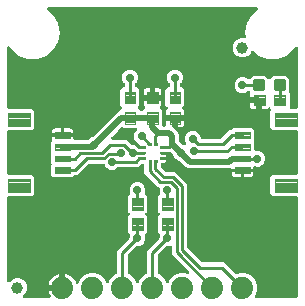
<source format=gtl>
G04 EAGLE Gerber RS-274X export*
G75*
%MOMM*%
%FSLAX34Y34*%
%LPD*%
%INTop Copper*%
%IPPOS*%
%AMOC8*
5,1,8,0,0,1.08239X$1,22.5*%
G01*
%ADD10C,0.102600*%
%ADD11C,0.096000*%
%ADD12C,0.102000*%
%ADD13C,0.100000*%
%ADD14C,1.000000*%
%ADD15C,1.879600*%
%ADD16C,0.300000*%
%ADD17C,0.254000*%
%ADD18C,0.508000*%
%ADD19C,0.736600*%

G36*
X39865Y4070D02*
X39865Y4070D01*
X39905Y4067D01*
X40023Y4090D01*
X40141Y4105D01*
X40178Y4119D01*
X40217Y4127D01*
X40326Y4178D01*
X40437Y4222D01*
X40469Y4245D01*
X40505Y4262D01*
X40597Y4338D01*
X40694Y4408D01*
X40720Y4439D01*
X40750Y4464D01*
X40821Y4561D01*
X40897Y4653D01*
X40914Y4689D01*
X40938Y4722D01*
X40982Y4833D01*
X41033Y4941D01*
X41040Y4980D01*
X41055Y5017D01*
X41070Y5136D01*
X41092Y5253D01*
X41090Y5293D01*
X41095Y5333D01*
X41080Y5452D01*
X41073Y5571D01*
X41060Y5609D01*
X41055Y5648D01*
X41012Y5760D01*
X40975Y5873D01*
X40953Y5907D01*
X40939Y5944D01*
X40853Y6080D01*
X40589Y6443D01*
X39736Y8117D01*
X39155Y9904D01*
X39115Y10161D01*
X49530Y10161D01*
X49648Y10176D01*
X49767Y10183D01*
X49805Y10196D01*
X49845Y10201D01*
X49956Y10244D01*
X50069Y10281D01*
X50103Y10303D01*
X50141Y10318D01*
X50237Y10388D01*
X50338Y10451D01*
X50366Y10481D01*
X50398Y10504D01*
X50474Y10596D01*
X50556Y10683D01*
X50575Y10718D01*
X50601Y10749D01*
X50652Y10857D01*
X50709Y10961D01*
X50720Y11001D01*
X50737Y11037D01*
X50759Y11154D01*
X50789Y11269D01*
X50793Y11330D01*
X50797Y11350D01*
X50795Y11370D01*
X50799Y11430D01*
X50799Y12701D01*
X52070Y12701D01*
X52188Y12716D01*
X52307Y12723D01*
X52345Y12736D01*
X52385Y12741D01*
X52496Y12785D01*
X52609Y12821D01*
X52644Y12843D01*
X52681Y12858D01*
X52777Y12928D01*
X52878Y12991D01*
X52906Y13021D01*
X52939Y13045D01*
X53014Y13136D01*
X53096Y13223D01*
X53116Y13258D01*
X53141Y13290D01*
X53192Y13397D01*
X53250Y13502D01*
X53260Y13541D01*
X53277Y13577D01*
X53299Y13694D01*
X53329Y13809D01*
X53333Y13870D01*
X53337Y13890D01*
X53335Y13910D01*
X53339Y13970D01*
X53339Y24385D01*
X53596Y24345D01*
X55383Y23764D01*
X57057Y22911D01*
X58578Y21806D01*
X59906Y20478D01*
X61011Y18957D01*
X61864Y17283D01*
X62015Y16818D01*
X62028Y16791D01*
X62035Y16762D01*
X62095Y16648D01*
X62150Y16530D01*
X62169Y16507D01*
X62183Y16481D01*
X62270Y16385D01*
X62353Y16285D01*
X62377Y16268D01*
X62397Y16246D01*
X62506Y16174D01*
X62610Y16098D01*
X62638Y16087D01*
X62663Y16071D01*
X62786Y16029D01*
X62906Y15981D01*
X62936Y15977D01*
X62964Y15968D01*
X63093Y15957D01*
X63221Y15941D01*
X63251Y15945D01*
X63281Y15942D01*
X63409Y15965D01*
X63537Y15981D01*
X63565Y15992D01*
X63594Y15997D01*
X63712Y16050D01*
X63833Y16098D01*
X63857Y16115D01*
X63884Y16127D01*
X63985Y16208D01*
X64090Y16284D01*
X64109Y16307D01*
X64133Y16326D01*
X64211Y16430D01*
X64293Y16529D01*
X64306Y16556D01*
X64324Y16580D01*
X64395Y16725D01*
X65648Y19750D01*
X69150Y23252D01*
X73724Y25147D01*
X78676Y25147D01*
X83250Y23252D01*
X86752Y19751D01*
X87727Y17395D01*
X87796Y17274D01*
X87861Y17152D01*
X87875Y17137D01*
X87885Y17119D01*
X87982Y17019D01*
X88075Y16916D01*
X88092Y16905D01*
X88106Y16891D01*
X88224Y16818D01*
X88341Y16742D01*
X88360Y16735D01*
X88377Y16724D01*
X88510Y16684D01*
X88642Y16638D01*
X88662Y16637D01*
X88681Y16631D01*
X88820Y16624D01*
X88959Y16613D01*
X88979Y16617D01*
X88999Y16616D01*
X89135Y16644D01*
X89272Y16668D01*
X89291Y16676D01*
X89310Y16680D01*
X89435Y16741D01*
X89562Y16798D01*
X89578Y16811D01*
X89596Y16820D01*
X89702Y16910D01*
X89810Y16997D01*
X89823Y17013D01*
X89838Y17026D01*
X89918Y17140D01*
X90002Y17251D01*
X90014Y17276D01*
X90021Y17286D01*
X90028Y17305D01*
X90073Y17395D01*
X91048Y19750D01*
X94550Y23252D01*
X96498Y24059D01*
X96523Y24073D01*
X96551Y24083D01*
X96661Y24152D01*
X96774Y24216D01*
X96795Y24237D01*
X96820Y24253D01*
X96909Y24347D01*
X97002Y24438D01*
X97018Y24463D01*
X97038Y24484D01*
X97101Y24598D01*
X97169Y24709D01*
X97177Y24737D01*
X97192Y24763D01*
X97224Y24889D01*
X97262Y25013D01*
X97264Y25042D01*
X97271Y25071D01*
X97281Y25231D01*
X97281Y44089D01*
X107197Y54004D01*
X107257Y54082D01*
X107325Y54155D01*
X107354Y54208D01*
X107391Y54255D01*
X107431Y54346D01*
X107479Y54433D01*
X107494Y54492D01*
X107518Y54547D01*
X107533Y54645D01*
X107558Y54741D01*
X107564Y54841D01*
X107568Y54861D01*
X107566Y54874D01*
X107568Y54902D01*
X107568Y55949D01*
X108033Y57070D01*
X108041Y57099D01*
X108054Y57125D01*
X108082Y57252D01*
X108117Y57377D01*
X108117Y57407D01*
X108124Y57436D01*
X108120Y57565D01*
X108122Y57695D01*
X108115Y57724D01*
X108114Y57753D01*
X108078Y57878D01*
X108048Y58004D01*
X108034Y58031D01*
X108026Y58059D01*
X107960Y58171D01*
X107899Y58286D01*
X107879Y58307D01*
X107864Y58333D01*
X107758Y58454D01*
X106251Y59960D01*
X106251Y72900D01*
X107384Y74032D01*
X107457Y74127D01*
X107536Y74216D01*
X107554Y74252D01*
X107579Y74284D01*
X107626Y74393D01*
X107680Y74499D01*
X107689Y74538D01*
X107705Y74576D01*
X107724Y74693D01*
X107750Y74809D01*
X107749Y74850D01*
X107755Y74890D01*
X107744Y75008D01*
X107740Y75127D01*
X107729Y75166D01*
X107725Y75206D01*
X107685Y75319D01*
X107652Y75433D01*
X107631Y75467D01*
X107618Y75506D01*
X107551Y75604D01*
X107490Y75707D01*
X107450Y75752D01*
X107439Y75769D01*
X107424Y75782D01*
X107384Y75827D01*
X106251Y76960D01*
X106251Y89900D01*
X107758Y91406D01*
X107776Y91430D01*
X107798Y91449D01*
X107873Y91555D01*
X107953Y91658D01*
X107964Y91685D01*
X107981Y91709D01*
X108027Y91830D01*
X108079Y91949D01*
X108084Y91979D01*
X108094Y92006D01*
X108108Y92135D01*
X108129Y92264D01*
X108126Y92293D01*
X108129Y92322D01*
X108111Y92451D01*
X108099Y92580D01*
X108089Y92608D01*
X108085Y92637D01*
X108033Y92790D01*
X107568Y93911D01*
X107568Y96589D01*
X108593Y99063D01*
X110487Y100957D01*
X112961Y101982D01*
X115639Y101982D01*
X118113Y100957D01*
X120007Y99063D01*
X121032Y96589D01*
X121032Y93911D01*
X120567Y92790D01*
X120559Y92761D01*
X120546Y92735D01*
X120518Y92608D01*
X120483Y92483D01*
X120483Y92453D01*
X120476Y92424D01*
X120480Y92295D01*
X120478Y92165D01*
X120485Y92136D01*
X120486Y92107D01*
X120522Y91982D01*
X120552Y91856D01*
X120566Y91829D01*
X120574Y91801D01*
X120640Y91689D01*
X120701Y91574D01*
X120721Y91553D01*
X120736Y91527D01*
X120842Y91406D01*
X122349Y89900D01*
X122349Y76960D01*
X121216Y75827D01*
X121143Y75733D01*
X121064Y75644D01*
X121046Y75608D01*
X121021Y75576D01*
X120974Y75467D01*
X120920Y75361D01*
X120911Y75322D01*
X120895Y75284D01*
X120876Y75167D01*
X120850Y75051D01*
X120851Y75010D01*
X120845Y74970D01*
X120856Y74852D01*
X120860Y74733D01*
X120871Y74694D01*
X120875Y74654D01*
X120915Y74542D01*
X120948Y74427D01*
X120969Y74392D01*
X120982Y74354D01*
X121049Y74256D01*
X121110Y74153D01*
X121150Y74108D01*
X121161Y74091D01*
X121176Y74078D01*
X121216Y74032D01*
X122349Y72900D01*
X122349Y59960D01*
X120842Y58454D01*
X120824Y58430D01*
X120802Y58411D01*
X120727Y58305D01*
X120647Y58202D01*
X120636Y58175D01*
X120619Y58151D01*
X120573Y58030D01*
X120521Y57911D01*
X120516Y57881D01*
X120506Y57854D01*
X120492Y57725D01*
X120471Y57596D01*
X120474Y57567D01*
X120471Y57538D01*
X120489Y57409D01*
X120501Y57280D01*
X120511Y57252D01*
X120515Y57223D01*
X120567Y57070D01*
X121032Y55949D01*
X121032Y53271D01*
X120007Y50797D01*
X118113Y48903D01*
X115639Y47878D01*
X113812Y47878D01*
X113713Y47866D01*
X113614Y47863D01*
X113556Y47846D01*
X113496Y47838D01*
X113404Y47802D01*
X113309Y47774D01*
X113257Y47744D01*
X113200Y47721D01*
X113120Y47663D01*
X113035Y47613D01*
X112960Y47547D01*
X112943Y47535D01*
X112935Y47525D01*
X112914Y47507D01*
X106290Y40883D01*
X106230Y40805D01*
X106162Y40732D01*
X106133Y40679D01*
X106096Y40632D01*
X106056Y40541D01*
X106008Y40454D01*
X105993Y40395D01*
X105969Y40340D01*
X105954Y40242D01*
X105929Y40146D01*
X105923Y40046D01*
X105919Y40026D01*
X105921Y40013D01*
X105919Y39985D01*
X105919Y25231D01*
X105922Y25202D01*
X105920Y25173D01*
X105942Y25045D01*
X105959Y24916D01*
X105969Y24889D01*
X105974Y24859D01*
X106028Y24741D01*
X106076Y24620D01*
X106093Y24596D01*
X106105Y24569D01*
X106186Y24468D01*
X106262Y24363D01*
X106285Y24344D01*
X106304Y24321D01*
X106407Y24243D01*
X106507Y24160D01*
X106534Y24147D01*
X106558Y24130D01*
X106702Y24059D01*
X108650Y23252D01*
X112152Y19751D01*
X113127Y17395D01*
X113196Y17274D01*
X113261Y17152D01*
X113275Y17137D01*
X113285Y17119D01*
X113382Y17019D01*
X113475Y16916D01*
X113492Y16905D01*
X113506Y16891D01*
X113624Y16818D01*
X113741Y16742D01*
X113760Y16735D01*
X113777Y16724D01*
X113910Y16684D01*
X114042Y16638D01*
X114062Y16637D01*
X114081Y16631D01*
X114220Y16624D01*
X114359Y16613D01*
X114379Y16617D01*
X114399Y16616D01*
X114535Y16644D01*
X114672Y16668D01*
X114691Y16676D01*
X114710Y16680D01*
X114835Y16741D01*
X114962Y16798D01*
X114978Y16811D01*
X114996Y16820D01*
X115102Y16910D01*
X115210Y16997D01*
X115223Y17013D01*
X115238Y17026D01*
X115318Y17140D01*
X115402Y17251D01*
X115414Y17276D01*
X115421Y17286D01*
X115428Y17305D01*
X115473Y17395D01*
X116448Y19750D01*
X119950Y23252D01*
X121898Y24059D01*
X121923Y24073D01*
X121951Y24083D01*
X122061Y24152D01*
X122174Y24216D01*
X122195Y24237D01*
X122220Y24253D01*
X122309Y24347D01*
X122402Y24438D01*
X122418Y24463D01*
X122438Y24484D01*
X122501Y24598D01*
X122569Y24709D01*
X122577Y24737D01*
X122592Y24763D01*
X122624Y24889D01*
X122662Y25013D01*
X122664Y25042D01*
X122671Y25071D01*
X122681Y25231D01*
X122681Y44089D01*
X132597Y54004D01*
X132657Y54082D01*
X132725Y54155D01*
X132754Y54208D01*
X132791Y54255D01*
X132831Y54346D01*
X132879Y54433D01*
X132894Y54492D01*
X132918Y54547D01*
X132933Y54645D01*
X132958Y54741D01*
X132964Y54841D01*
X132968Y54861D01*
X132966Y54874D01*
X132968Y54902D01*
X132968Y55949D01*
X133433Y57070D01*
X133441Y57099D01*
X133454Y57125D01*
X133482Y57252D01*
X133517Y57377D01*
X133517Y57407D01*
X133524Y57436D01*
X133520Y57565D01*
X133522Y57695D01*
X133515Y57724D01*
X133514Y57753D01*
X133478Y57878D01*
X133448Y58004D01*
X133434Y58031D01*
X133426Y58059D01*
X133360Y58171D01*
X133299Y58286D01*
X133279Y58307D01*
X133264Y58333D01*
X133158Y58454D01*
X131651Y59960D01*
X131651Y72900D01*
X132784Y74033D01*
X132857Y74127D01*
X132936Y74216D01*
X132954Y74252D01*
X132979Y74284D01*
X133026Y74393D01*
X133080Y74499D01*
X133089Y74538D01*
X133105Y74576D01*
X133124Y74693D01*
X133150Y74809D01*
X133149Y74850D01*
X133155Y74890D01*
X133144Y75008D01*
X133140Y75127D01*
X133129Y75166D01*
X133125Y75206D01*
X133085Y75318D01*
X133052Y75433D01*
X133031Y75468D01*
X133018Y75506D01*
X132951Y75604D01*
X132890Y75707D01*
X132850Y75752D01*
X132839Y75769D01*
X132824Y75782D01*
X132784Y75828D01*
X131651Y76960D01*
X131651Y89900D01*
X133158Y91406D01*
X133176Y91430D01*
X133198Y91449D01*
X133273Y91555D01*
X133353Y91658D01*
X133364Y91685D01*
X133381Y91709D01*
X133427Y91830D01*
X133479Y91949D01*
X133484Y91979D01*
X133494Y92006D01*
X133508Y92135D01*
X133529Y92264D01*
X133526Y92293D01*
X133529Y92322D01*
X133511Y92451D01*
X133499Y92580D01*
X133489Y92608D01*
X133485Y92637D01*
X133433Y92790D01*
X132968Y93911D01*
X132968Y96393D01*
X132953Y96511D01*
X132946Y96630D01*
X132933Y96668D01*
X132928Y96709D01*
X132885Y96819D01*
X132848Y96932D01*
X132826Y96967D01*
X132811Y97004D01*
X132742Y97100D01*
X132678Y97201D01*
X132648Y97229D01*
X132625Y97262D01*
X132533Y97338D01*
X132446Y97419D01*
X132411Y97439D01*
X132380Y97464D01*
X132272Y97515D01*
X132168Y97573D01*
X132128Y97583D01*
X132092Y97600D01*
X131975Y97622D01*
X131867Y97650D01*
X120226Y109291D01*
X120226Y116422D01*
X120211Y116540D01*
X120204Y116659D01*
X120191Y116697D01*
X120186Y116738D01*
X120143Y116848D01*
X120106Y116961D01*
X120084Y116996D01*
X120069Y117033D01*
X120000Y117129D01*
X119936Y117230D01*
X119906Y117258D01*
X119883Y117291D01*
X119791Y117367D01*
X119704Y117448D01*
X119669Y117468D01*
X119638Y117493D01*
X119530Y117544D01*
X119426Y117602D01*
X119386Y117612D01*
X119350Y117629D01*
X119233Y117651D01*
X119118Y117681D01*
X119058Y117685D01*
X119038Y117689D01*
X119017Y117687D01*
X118957Y117691D01*
X117975Y117691D01*
X117876Y117679D01*
X117777Y117676D01*
X117719Y117659D01*
X117659Y117651D01*
X117567Y117615D01*
X117472Y117587D01*
X117420Y117557D01*
X117363Y117534D01*
X117283Y117476D01*
X117198Y117426D01*
X117123Y117360D01*
X117106Y117348D01*
X117098Y117338D01*
X117077Y117320D01*
X114819Y115061D01*
X98437Y115061D01*
X98339Y115049D01*
X98240Y115046D01*
X98182Y115029D01*
X98122Y115021D01*
X98030Y114985D01*
X97934Y114957D01*
X97882Y114927D01*
X97826Y114904D01*
X97746Y114846D01*
X97660Y114796D01*
X97585Y114730D01*
X97569Y114718D01*
X97561Y114708D01*
X97540Y114690D01*
X96523Y113673D01*
X94049Y112648D01*
X91371Y112648D01*
X88897Y113673D01*
X87003Y115567D01*
X86413Y116992D01*
X86398Y117017D01*
X86389Y117045D01*
X86320Y117155D01*
X86255Y117268D01*
X86235Y117289D01*
X86219Y117314D01*
X86124Y117403D01*
X86034Y117496D01*
X86009Y117512D01*
X85987Y117532D01*
X85874Y117595D01*
X85763Y117663D01*
X85735Y117671D01*
X85709Y117686D01*
X85583Y117718D01*
X85459Y117756D01*
X85430Y117758D01*
X85401Y117765D01*
X85240Y117775D01*
X73609Y117775D01*
X73510Y117763D01*
X73411Y117760D01*
X73353Y117743D01*
X73293Y117735D01*
X73201Y117699D01*
X73106Y117671D01*
X73054Y117641D01*
X72997Y117618D01*
X72917Y117560D01*
X72832Y117510D01*
X72757Y117444D01*
X72740Y117432D01*
X72732Y117422D01*
X72711Y117404D01*
X62989Y107681D01*
X60770Y107681D01*
X60672Y107669D01*
X60573Y107666D01*
X60514Y107649D01*
X60454Y107641D01*
X60362Y107605D01*
X60267Y107577D01*
X60215Y107547D01*
X60159Y107524D01*
X60079Y107466D01*
X59993Y107416D01*
X59918Y107350D01*
X59901Y107338D01*
X59893Y107328D01*
X59872Y107310D01*
X58514Y105951D01*
X43086Y105951D01*
X41001Y108036D01*
X41001Y115964D01*
X41140Y116103D01*
X41213Y116197D01*
X41291Y116286D01*
X41310Y116322D01*
X41335Y116354D01*
X41382Y116463D01*
X41436Y116569D01*
X41445Y116609D01*
X41461Y116646D01*
X41480Y116763D01*
X41506Y116879D01*
X41504Y116920D01*
X41511Y116960D01*
X41500Y117079D01*
X41496Y117197D01*
X41485Y117236D01*
X41481Y117276D01*
X41441Y117389D01*
X41408Y117503D01*
X41387Y117538D01*
X41373Y117576D01*
X41307Y117674D01*
X41246Y117777D01*
X41206Y117822D01*
X41195Y117839D01*
X41180Y117852D01*
X41140Y117898D01*
X41001Y118036D01*
X41001Y125964D01*
X41140Y126103D01*
X41213Y126197D01*
X41291Y126286D01*
X41310Y126322D01*
X41335Y126354D01*
X41382Y126463D01*
X41436Y126569D01*
X41445Y126609D01*
X41461Y126646D01*
X41480Y126763D01*
X41506Y126879D01*
X41504Y126920D01*
X41511Y126960D01*
X41500Y127079D01*
X41496Y127197D01*
X41485Y127236D01*
X41481Y127276D01*
X41441Y127389D01*
X41408Y127503D01*
X41387Y127538D01*
X41373Y127576D01*
X41307Y127674D01*
X41246Y127777D01*
X41206Y127822D01*
X41195Y127839D01*
X41180Y127852D01*
X41140Y127898D01*
X41001Y128036D01*
X41001Y135964D01*
X41633Y136596D01*
X41702Y136685D01*
X41777Y136768D01*
X41799Y136810D01*
X41828Y136847D01*
X41873Y136950D01*
X41925Y137050D01*
X41936Y137096D01*
X41955Y137139D01*
X41972Y137250D01*
X41998Y137360D01*
X41997Y137407D01*
X42004Y137453D01*
X41994Y137565D01*
X41992Y137678D01*
X41979Y137723D01*
X41975Y137770D01*
X41937Y137876D01*
X41907Y137984D01*
X41874Y138049D01*
X41867Y138069D01*
X41857Y138084D01*
X41835Y138128D01*
X41717Y138332D01*
X41509Y139108D01*
X41509Y140501D01*
X50570Y140501D01*
X50688Y140516D01*
X50807Y140523D01*
X50814Y140525D01*
X50870Y140511D01*
X50930Y140507D01*
X50950Y140503D01*
X50970Y140505D01*
X51030Y140501D01*
X60091Y140501D01*
X60091Y139042D01*
X60071Y138938D01*
X60073Y138905D01*
X60068Y138871D01*
X60083Y138746D01*
X60091Y138621D01*
X60101Y138589D01*
X60105Y138556D01*
X60150Y138438D01*
X60189Y138319D01*
X60207Y138290D01*
X60219Y138259D01*
X60292Y138156D01*
X60359Y138050D01*
X60383Y138027D01*
X60403Y137999D01*
X60499Y137918D01*
X60591Y137832D01*
X60620Y137816D01*
X60646Y137794D01*
X60759Y137739D01*
X60869Y137678D01*
X60902Y137670D01*
X60932Y137655D01*
X61055Y137630D01*
X61177Y137599D01*
X61226Y137596D01*
X61244Y137592D01*
X61265Y137593D01*
X61338Y137589D01*
X71790Y137589D01*
X71888Y137601D01*
X71987Y137604D01*
X72045Y137621D01*
X72105Y137629D01*
X72197Y137665D01*
X72293Y137693D01*
X72345Y137723D01*
X72401Y137746D01*
X72481Y137804D01*
X72567Y137854D01*
X72642Y137920D01*
X72658Y137932D01*
X72666Y137942D01*
X72687Y137960D01*
X73577Y138850D01*
X76103Y139896D01*
X76111Y139901D01*
X76120Y139903D01*
X76249Y139980D01*
X76379Y140054D01*
X76386Y140060D01*
X76394Y140065D01*
X76515Y140171D01*
X95714Y159370D01*
X95720Y159378D01*
X95727Y159384D01*
X95817Y159503D01*
X95909Y159622D01*
X95912Y159630D01*
X95918Y159638D01*
X95980Y159763D01*
X97554Y161338D01*
X99118Y161986D01*
X99143Y162000D01*
X99171Y162009D01*
X99281Y162079D01*
X99394Y162143D01*
X99415Y162164D01*
X99440Y162179D01*
X99529Y162274D01*
X99622Y162364D01*
X99638Y162389D01*
X99658Y162411D01*
X99721Y162525D01*
X99789Y162635D01*
X99797Y162664D01*
X99812Y162690D01*
X99844Y162815D01*
X99882Y162939D01*
X99884Y162969D01*
X99891Y162997D01*
X99895Y163064D01*
X101034Y164203D01*
X101107Y164297D01*
X101186Y164386D01*
X101204Y164422D01*
X101229Y164454D01*
X101276Y164563D01*
X101330Y164669D01*
X101339Y164708D01*
X101355Y164746D01*
X101374Y164863D01*
X101400Y164979D01*
X101399Y165020D01*
X101405Y165060D01*
X101394Y165178D01*
X101390Y165297D01*
X101379Y165336D01*
X101375Y165376D01*
X101335Y165488D01*
X101302Y165603D01*
X101281Y165638D01*
X101268Y165676D01*
X101201Y165774D01*
X101140Y165877D01*
X101100Y165922D01*
X101089Y165939D01*
X101074Y165952D01*
X101034Y165998D01*
X99901Y167130D01*
X99901Y180070D01*
X101980Y182149D01*
X102362Y182149D01*
X102480Y182164D01*
X102599Y182171D01*
X102637Y182184D01*
X102678Y182189D01*
X102788Y182232D01*
X102901Y182269D01*
X102936Y182291D01*
X102973Y182306D01*
X103069Y182375D01*
X103170Y182439D01*
X103198Y182469D01*
X103231Y182492D01*
X103307Y182584D01*
X103388Y182671D01*
X103408Y182706D01*
X103433Y182737D01*
X103484Y182845D01*
X103542Y182949D01*
X103552Y182989D01*
X103569Y183025D01*
X103591Y183142D01*
X103621Y183257D01*
X103625Y183317D01*
X103629Y183337D01*
X103627Y183358D01*
X103631Y183418D01*
X103631Y184773D01*
X103619Y184871D01*
X103616Y184970D01*
X103599Y185028D01*
X103591Y185088D01*
X103555Y185180D01*
X103527Y185276D01*
X103497Y185328D01*
X103474Y185384D01*
X103416Y185464D01*
X103366Y185550D01*
X103300Y185625D01*
X103288Y185641D01*
X103278Y185649D01*
X103260Y185670D01*
X102243Y186687D01*
X101218Y189161D01*
X101218Y191839D01*
X102243Y194313D01*
X104137Y196207D01*
X106611Y197232D01*
X109289Y197232D01*
X111763Y196207D01*
X113657Y194313D01*
X114682Y191839D01*
X114682Y189161D01*
X113657Y186687D01*
X112640Y185670D01*
X112580Y185592D01*
X112512Y185520D01*
X112483Y185467D01*
X112446Y185419D01*
X112406Y185328D01*
X112358Y185241D01*
X112343Y185183D01*
X112319Y185127D01*
X112304Y185029D01*
X112279Y184934D01*
X112273Y184834D01*
X112269Y184813D01*
X112271Y184801D01*
X112269Y184773D01*
X112269Y183418D01*
X112284Y183300D01*
X112291Y183181D01*
X112304Y183143D01*
X112309Y183102D01*
X112352Y182992D01*
X112389Y182879D01*
X112411Y182844D01*
X112426Y182807D01*
X112495Y182711D01*
X112559Y182610D01*
X112589Y182582D01*
X112612Y182549D01*
X112704Y182473D01*
X112791Y182392D01*
X112826Y182372D01*
X112857Y182347D01*
X112965Y182296D01*
X113069Y182238D01*
X113109Y182228D01*
X113145Y182211D01*
X113262Y182189D01*
X113377Y182159D01*
X113437Y182155D01*
X113457Y182151D01*
X113478Y182153D01*
X113538Y182149D01*
X113920Y182149D01*
X115999Y180070D01*
X115999Y167130D01*
X114866Y165998D01*
X114793Y165903D01*
X114714Y165814D01*
X114696Y165778D01*
X114671Y165746D01*
X114624Y165637D01*
X114570Y165531D01*
X114561Y165492D01*
X114545Y165454D01*
X114526Y165337D01*
X114500Y165221D01*
X114501Y165180D01*
X114495Y165140D01*
X114506Y165022D01*
X114510Y164903D01*
X114521Y164864D01*
X114525Y164824D01*
X114565Y164711D01*
X114598Y164597D01*
X114619Y164563D01*
X114632Y164524D01*
X114699Y164426D01*
X114760Y164323D01*
X114800Y164278D01*
X114811Y164261D01*
X114826Y164248D01*
X114866Y164203D01*
X116104Y162964D01*
X116119Y162919D01*
X116141Y162884D01*
X116156Y162847D01*
X116225Y162751D01*
X116289Y162650D01*
X116319Y162622D01*
X116342Y162589D01*
X116434Y162513D01*
X116521Y162432D01*
X116556Y162412D01*
X116587Y162387D01*
X116695Y162336D01*
X116799Y162278D01*
X116839Y162268D01*
X116875Y162251D01*
X116992Y162229D01*
X117107Y162199D01*
X117167Y162195D01*
X117187Y162191D01*
X117208Y162193D01*
X117268Y162189D01*
X117682Y162189D01*
X117800Y162204D01*
X117919Y162211D01*
X117957Y162224D01*
X117998Y162229D01*
X118108Y162272D01*
X118221Y162309D01*
X118256Y162331D01*
X118293Y162346D01*
X118389Y162415D01*
X118490Y162479D01*
X118518Y162509D01*
X118551Y162532D01*
X118627Y162624D01*
X118708Y162711D01*
X118728Y162746D01*
X118753Y162777D01*
X118804Y162885D01*
X118850Y162969D01*
X120443Y164562D01*
X120516Y164656D01*
X120595Y164745D01*
X120613Y164781D01*
X120638Y164813D01*
X120685Y164922D01*
X120739Y165028D01*
X120748Y165068D01*
X120764Y165105D01*
X120783Y165223D01*
X120809Y165339D01*
X120808Y165379D01*
X120814Y165419D01*
X120803Y165538D01*
X120799Y165656D01*
X120788Y165695D01*
X120784Y165736D01*
X120744Y165848D01*
X120711Y165962D01*
X120690Y165997D01*
X120677Y166035D01*
X120610Y166133D01*
X120549Y166236D01*
X120510Y166281D01*
X120498Y166298D01*
X120483Y166311D01*
X120443Y166357D01*
X120067Y166733D01*
X119666Y167426D01*
X119459Y168200D01*
X119459Y171101D01*
X125770Y171101D01*
X125888Y171116D01*
X126007Y171123D01*
X126045Y171135D01*
X126085Y171141D01*
X126196Y171184D01*
X126309Y171221D01*
X126343Y171243D01*
X126381Y171258D01*
X126477Y171327D01*
X126578Y171391D01*
X126606Y171421D01*
X126638Y171444D01*
X126714Y171536D01*
X126796Y171623D01*
X126815Y171658D01*
X126841Y171689D01*
X126892Y171797D01*
X126949Y171901D01*
X126959Y171941D01*
X126977Y171977D01*
X126997Y172084D01*
X127001Y172054D01*
X127045Y171944D01*
X127081Y171831D01*
X127103Y171796D01*
X127118Y171759D01*
X127188Y171662D01*
X127251Y171562D01*
X127281Y171534D01*
X127305Y171501D01*
X127396Y171425D01*
X127483Y171344D01*
X127518Y171324D01*
X127550Y171299D01*
X127657Y171248D01*
X127762Y171190D01*
X127801Y171180D01*
X127837Y171163D01*
X127954Y171141D01*
X128070Y171111D01*
X128130Y171107D01*
X128150Y171103D01*
X128170Y171105D01*
X128230Y171101D01*
X134541Y171101D01*
X134541Y168200D01*
X134334Y167426D01*
X133933Y166733D01*
X133557Y166357D01*
X133484Y166263D01*
X133405Y166173D01*
X133387Y166137D01*
X133362Y166105D01*
X133315Y165996D01*
X133261Y165890D01*
X133252Y165851D01*
X133236Y165814D01*
X133217Y165696D01*
X133191Y165580D01*
X133192Y165540D01*
X133186Y165500D01*
X133197Y165381D01*
X133201Y165262D01*
X133212Y165223D01*
X133216Y165183D01*
X133256Y165071D01*
X133289Y164956D01*
X133310Y164922D01*
X133323Y164884D01*
X133390Y164785D01*
X133451Y164683D01*
X133490Y164637D01*
X133502Y164620D01*
X133517Y164607D01*
X133557Y164562D01*
X135049Y163070D01*
X135049Y150368D01*
X135064Y150250D01*
X135071Y150131D01*
X135084Y150093D01*
X135089Y150052D01*
X135132Y149942D01*
X135169Y149829D01*
X135191Y149794D01*
X135206Y149757D01*
X135275Y149661D01*
X135339Y149560D01*
X135369Y149532D01*
X135392Y149499D01*
X135484Y149423D01*
X135571Y149342D01*
X135606Y149322D01*
X135637Y149297D01*
X135745Y149246D01*
X135849Y149188D01*
X135889Y149178D01*
X135925Y149161D01*
X136042Y149139D01*
X136157Y149109D01*
X136217Y149105D01*
X136237Y149101D01*
X136258Y149103D01*
X136318Y149099D01*
X137418Y149099D01*
X137543Y149114D01*
X137668Y149124D01*
X137700Y149134D01*
X137734Y149139D01*
X137850Y149185D01*
X137970Y149225D01*
X137998Y149243D01*
X138029Y149256D01*
X138131Y149329D01*
X138237Y149398D01*
X138259Y149423D01*
X138287Y149442D01*
X138367Y149539D01*
X138452Y149632D01*
X138468Y149661D01*
X138489Y149687D01*
X138543Y149801D01*
X138603Y149912D01*
X138611Y149945D01*
X138625Y149975D01*
X138649Y150099D01*
X138679Y150221D01*
X138678Y150254D01*
X138685Y150287D01*
X138677Y150413D01*
X138676Y150539D01*
X138666Y150587D01*
X138665Y150605D01*
X138658Y150625D01*
X138644Y150697D01*
X138509Y151200D01*
X138509Y154101D01*
X143551Y154101D01*
X143551Y149338D01*
X143554Y149309D01*
X143552Y149280D01*
X143574Y149152D01*
X143591Y149023D01*
X143601Y148995D01*
X143606Y148966D01*
X143660Y148848D01*
X143708Y148727D01*
X143725Y148703D01*
X143737Y148676D01*
X143818Y148575D01*
X143894Y148470D01*
X143917Y148451D01*
X143936Y148428D01*
X144017Y148366D01*
X148248Y144136D01*
X149099Y142082D01*
X149099Y137461D01*
X149111Y137362D01*
X149114Y137263D01*
X149131Y137205D01*
X149139Y137145D01*
X149175Y137053D01*
X149203Y136958D01*
X149233Y136906D01*
X149256Y136849D01*
X149314Y136769D01*
X149364Y136684D01*
X149430Y136609D01*
X149442Y136592D01*
X149452Y136584D01*
X149470Y136563D01*
X152005Y134028D01*
X152013Y134023D01*
X152018Y134015D01*
X152138Y133925D01*
X152257Y133833D01*
X152265Y133830D01*
X152272Y133824D01*
X152417Y133753D01*
X153840Y133164D01*
X153974Y133127D01*
X154107Y133086D01*
X154127Y133085D01*
X154146Y133080D01*
X154286Y133078D01*
X154424Y133071D01*
X154444Y133075D01*
X154464Y133075D01*
X154600Y133108D01*
X154736Y133136D01*
X154754Y133144D01*
X154774Y133149D01*
X154896Y133214D01*
X155021Y133275D01*
X155037Y133288D01*
X155055Y133298D01*
X155158Y133391D01*
X155263Y133482D01*
X155275Y133498D01*
X155290Y133512D01*
X155367Y133628D01*
X155446Y133742D01*
X155454Y133761D01*
X155465Y133778D01*
X155510Y133909D01*
X155559Y134039D01*
X155561Y134059D01*
X155568Y134078D01*
X155579Y134217D01*
X155594Y134355D01*
X155592Y134375D01*
X155593Y134395D01*
X155569Y134533D01*
X155550Y134670D01*
X155541Y134697D01*
X155539Y134709D01*
X155530Y134727D01*
X155498Y134822D01*
X154558Y137091D01*
X154558Y139769D01*
X155583Y142243D01*
X157477Y144137D01*
X159951Y145162D01*
X162629Y145162D01*
X165103Y144137D01*
X166997Y142243D01*
X168058Y139682D01*
X168062Y139652D01*
X168105Y139542D01*
X168142Y139429D01*
X168164Y139394D01*
X168179Y139357D01*
X168248Y139261D01*
X168312Y139160D01*
X168342Y139132D01*
X168365Y139099D01*
X168457Y139023D01*
X168544Y138942D01*
X168579Y138922D01*
X168610Y138897D01*
X168718Y138846D01*
X168822Y138788D01*
X168862Y138778D01*
X168898Y138761D01*
X169015Y138739D01*
X169130Y138709D01*
X169190Y138705D01*
X169210Y138701D01*
X169231Y138703D01*
X169291Y138699D01*
X184375Y138699D01*
X184474Y138711D01*
X184573Y138714D01*
X184631Y138731D01*
X184691Y138739D01*
X184783Y138775D01*
X184878Y138803D01*
X184930Y138833D01*
X184987Y138856D01*
X185067Y138914D01*
X185152Y138964D01*
X185227Y139030D01*
X185244Y139042D01*
X185252Y139052D01*
X185273Y139070D01*
X192521Y146319D01*
X193230Y146319D01*
X193328Y146331D01*
X193427Y146334D01*
X193486Y146351D01*
X193546Y146359D01*
X193638Y146395D01*
X193733Y146423D01*
X193785Y146453D01*
X193841Y146476D01*
X193921Y146534D01*
X194007Y146584D01*
X194082Y146650D01*
X194099Y146662D01*
X194107Y146672D01*
X194128Y146690D01*
X195486Y148049D01*
X210914Y148049D01*
X212999Y145964D01*
X212999Y138036D01*
X212860Y137897D01*
X212787Y137803D01*
X212709Y137714D01*
X212690Y137678D01*
X212665Y137646D01*
X212618Y137537D01*
X212564Y137431D01*
X212555Y137391D01*
X212539Y137354D01*
X212520Y137237D01*
X212494Y137121D01*
X212496Y137080D01*
X212489Y137040D01*
X212500Y136921D01*
X212504Y136803D01*
X212515Y136764D01*
X212519Y136724D01*
X212559Y136611D01*
X212592Y136497D01*
X212613Y136462D01*
X212627Y136424D01*
X212693Y136326D01*
X212754Y136223D01*
X212794Y136178D01*
X212805Y136161D01*
X212820Y136148D01*
X212860Y136102D01*
X212999Y135964D01*
X212999Y129904D01*
X213005Y129854D01*
X213003Y129804D01*
X213025Y129697D01*
X213039Y129589D01*
X213057Y129542D01*
X213067Y129493D01*
X213115Y129395D01*
X213156Y129293D01*
X213185Y129252D01*
X213207Y129207D01*
X213278Y129124D01*
X213342Y129036D01*
X213381Y129004D01*
X213414Y128965D01*
X213503Y128903D01*
X213587Y128833D01*
X213633Y128811D01*
X213674Y128783D01*
X213776Y128744D01*
X213875Y128697D01*
X213924Y128688D01*
X213971Y128670D01*
X214080Y128658D01*
X214187Y128637D01*
X214238Y128641D01*
X214287Y128635D01*
X214396Y128650D01*
X214416Y128652D01*
X217239Y128652D01*
X219713Y127627D01*
X221607Y125733D01*
X222632Y123259D01*
X222632Y120581D01*
X221607Y118107D01*
X219713Y116213D01*
X217239Y115188D01*
X214561Y115188D01*
X214246Y115319D01*
X214198Y115332D01*
X214153Y115353D01*
X214045Y115374D01*
X213939Y115403D01*
X213889Y115404D01*
X213840Y115413D01*
X213731Y115406D01*
X213621Y115408D01*
X213573Y115396D01*
X213523Y115393D01*
X213419Y115359D01*
X213312Y115334D01*
X213268Y115310D01*
X213221Y115295D01*
X213128Y115236D01*
X213031Y115185D01*
X212994Y115152D01*
X212952Y115125D01*
X212877Y115045D01*
X212795Y114971D01*
X212768Y114930D01*
X212734Y114893D01*
X212681Y114797D01*
X212621Y114705D01*
X212604Y114658D01*
X212580Y114615D01*
X212553Y114509D01*
X212517Y114405D01*
X212513Y114355D01*
X212501Y114307D01*
X212491Y114146D01*
X212491Y113499D01*
X203430Y113499D01*
X203312Y113484D01*
X203193Y113477D01*
X203186Y113475D01*
X203130Y113489D01*
X203070Y113493D01*
X203050Y113497D01*
X203030Y113495D01*
X202970Y113499D01*
X193531Y113499D01*
X193474Y113547D01*
X193387Y113628D01*
X193352Y113648D01*
X193321Y113673D01*
X193213Y113724D01*
X193109Y113782D01*
X193070Y113792D01*
X193033Y113809D01*
X192916Y113831D01*
X192801Y113861D01*
X192741Y113865D01*
X192721Y113869D01*
X192700Y113867D01*
X192640Y113871D01*
X157558Y113871D01*
X155504Y114722D01*
X153754Y116473D01*
X150255Y119972D01*
X150247Y119977D01*
X150242Y119985D01*
X150122Y120075D01*
X150003Y120167D01*
X149995Y120170D01*
X149988Y120176D01*
X149843Y120247D01*
X147317Y121293D01*
X145423Y123187D01*
X144377Y125713D01*
X144372Y125721D01*
X144370Y125730D01*
X144293Y125859D01*
X144219Y125989D01*
X144213Y125996D01*
X144208Y126004D01*
X144102Y126125D01*
X142827Y127400D01*
X142749Y127460D01*
X142676Y127528D01*
X142623Y127557D01*
X142576Y127594D01*
X142485Y127634D01*
X142398Y127682D01*
X142339Y127697D01*
X142284Y127721D01*
X142186Y127736D01*
X142090Y127761D01*
X141990Y127767D01*
X141970Y127771D01*
X141957Y127769D01*
X141929Y127771D01*
X139855Y127771D01*
X139737Y127756D01*
X139618Y127749D01*
X139580Y127736D01*
X139539Y127731D01*
X139429Y127688D01*
X139315Y127651D01*
X139281Y127629D01*
X139244Y127614D01*
X139147Y127544D01*
X139047Y127481D01*
X139019Y127451D01*
X138986Y127428D01*
X138910Y127336D01*
X138829Y127249D01*
X138809Y127214D01*
X138784Y127183D01*
X138733Y127075D01*
X138675Y126971D01*
X138665Y126931D01*
X138648Y126895D01*
X138626Y126778D01*
X138596Y126663D01*
X138592Y126603D01*
X138588Y126583D01*
X138590Y126562D01*
X138586Y126502D01*
X138586Y125851D01*
X138336Y124919D01*
X138323Y124827D01*
X138301Y124737D01*
X138302Y124670D01*
X138293Y124603D01*
X138303Y124512D01*
X138304Y124419D01*
X138327Y124305D01*
X138329Y124288D01*
X138332Y124280D01*
X138336Y124262D01*
X138578Y123359D01*
X137087Y123359D01*
X136988Y123347D01*
X136889Y123344D01*
X136831Y123327D01*
X136771Y123320D01*
X136679Y123283D01*
X136584Y123256D01*
X136532Y123225D01*
X136475Y123203D01*
X136395Y123144D01*
X136310Y123094D01*
X136235Y123028D01*
X136218Y123016D01*
X136218Y123015D01*
X136210Y123006D01*
X136189Y122988D01*
X136189Y122987D01*
X136104Y122877D01*
X136015Y122770D01*
X136006Y122752D01*
X135994Y122736D01*
X135938Y122608D01*
X135879Y122483D01*
X135876Y122463D01*
X135868Y122444D01*
X135846Y122306D01*
X135820Y122170D01*
X135821Y122150D01*
X135818Y122130D01*
X135831Y121991D01*
X135839Y121853D01*
X135846Y121834D01*
X135848Y121813D01*
X135895Y121682D01*
X135937Y121550D01*
X135948Y121533D01*
X135955Y121514D01*
X136033Y121399D01*
X136108Y121282D01*
X136122Y121268D01*
X136134Y121251D01*
X136238Y121159D01*
X136339Y121064D01*
X136357Y121054D01*
X136372Y121041D01*
X136496Y120977D01*
X136618Y120910D01*
X136637Y120905D01*
X136655Y120896D01*
X136791Y120865D01*
X136926Y120831D01*
X136954Y120829D01*
X136966Y120826D01*
X136986Y120827D01*
X137086Y120821D01*
X138578Y120821D01*
X138378Y120074D01*
X137976Y119378D01*
X137407Y118809D01*
X136711Y118407D01*
X135934Y118199D01*
X135288Y118199D01*
X135170Y118184D01*
X135051Y118177D01*
X135013Y118164D01*
X134972Y118159D01*
X134862Y118116D01*
X134749Y118079D01*
X134714Y118057D01*
X134677Y118042D01*
X134581Y117973D01*
X134480Y117909D01*
X134452Y117879D01*
X134419Y117856D01*
X134343Y117764D01*
X134262Y117677D01*
X134242Y117642D01*
X134217Y117611D01*
X134166Y117503D01*
X134108Y117399D01*
X134098Y117359D01*
X134081Y117323D01*
X134059Y117206D01*
X134053Y117184D01*
X134041Y117168D01*
X134001Y117077D01*
X133953Y116991D01*
X133938Y116932D01*
X133914Y116876D01*
X133899Y116778D01*
X133874Y116683D01*
X133868Y116583D01*
X133864Y116562D01*
X133866Y116550D01*
X133864Y116522D01*
X133864Y115480D01*
X133876Y115381D01*
X133879Y115282D01*
X133896Y115224D01*
X133904Y115164D01*
X133940Y115072D01*
X133968Y114977D01*
X133998Y114925D01*
X134021Y114868D01*
X134079Y114788D01*
X134129Y114703D01*
X134195Y114628D01*
X134207Y114611D01*
X134217Y114603D01*
X134235Y114582D01*
X137828Y110989D01*
X137906Y110929D01*
X137979Y110861D01*
X138032Y110832D01*
X138079Y110795D01*
X138170Y110755D01*
X138257Y110707D01*
X138316Y110692D01*
X138371Y110668D01*
X138469Y110653D01*
X138565Y110628D01*
X138665Y110622D01*
X138685Y110618D01*
X138698Y110620D01*
X138726Y110618D01*
X146066Y110618D01*
X156385Y100299D01*
X156385Y46855D01*
X156397Y46757D01*
X156400Y46658D01*
X156417Y46600D01*
X156425Y46540D01*
X156461Y46448D01*
X156489Y46353D01*
X156519Y46300D01*
X156542Y46244D01*
X156600Y46164D01*
X156650Y46079D01*
X156716Y46003D01*
X156728Y45987D01*
X156738Y45979D01*
X156756Y45958D01*
X168306Y34408D01*
X168384Y34348D01*
X168456Y34280D01*
X168509Y34251D01*
X168557Y34214D01*
X168648Y34174D01*
X168735Y34126D01*
X168793Y34111D01*
X168849Y34087D01*
X168947Y34072D01*
X169043Y34047D01*
X169143Y34041D01*
X169163Y34037D01*
X169175Y34039D01*
X169203Y34037D01*
X187971Y34037D01*
X197393Y24615D01*
X197416Y24597D01*
X197435Y24574D01*
X197541Y24500D01*
X197644Y24420D01*
X197671Y24408D01*
X197695Y24391D01*
X197817Y24345D01*
X197936Y24294D01*
X197965Y24289D01*
X197993Y24278D01*
X198122Y24264D01*
X198250Y24244D01*
X198279Y24247D01*
X198309Y24243D01*
X198437Y24261D01*
X198567Y24274D01*
X198594Y24284D01*
X198624Y24288D01*
X198776Y24340D01*
X200724Y25147D01*
X205676Y25147D01*
X210250Y23252D01*
X213752Y19750D01*
X215647Y15176D01*
X215647Y10224D01*
X213822Y5820D01*
X213809Y5772D01*
X213788Y5727D01*
X213767Y5619D01*
X213738Y5513D01*
X213738Y5463D01*
X213728Y5414D01*
X213735Y5305D01*
X213733Y5195D01*
X213745Y5147D01*
X213748Y5097D01*
X213782Y4993D01*
X213807Y4886D01*
X213831Y4842D01*
X213846Y4795D01*
X213905Y4702D01*
X213956Y4605D01*
X213990Y4568D01*
X214016Y4526D01*
X214096Y4451D01*
X214170Y4369D01*
X214212Y4342D01*
X214248Y4308D01*
X214344Y4255D01*
X214436Y4195D01*
X214483Y4178D01*
X214526Y4154D01*
X214633Y4127D01*
X214737Y4091D01*
X214786Y4087D01*
X214834Y4075D01*
X214995Y4065D01*
X248666Y4065D01*
X248784Y4080D01*
X248903Y4087D01*
X248941Y4100D01*
X248982Y4105D01*
X249092Y4148D01*
X249205Y4185D01*
X249240Y4207D01*
X249277Y4222D01*
X249373Y4291D01*
X249474Y4355D01*
X249502Y4385D01*
X249535Y4408D01*
X249611Y4500D01*
X249692Y4587D01*
X249712Y4622D01*
X249737Y4653D01*
X249788Y4761D01*
X249846Y4865D01*
X249856Y4905D01*
X249873Y4941D01*
X249895Y5058D01*
X249925Y5173D01*
X249929Y5233D01*
X249933Y5253D01*
X249931Y5274D01*
X249935Y5334D01*
X249935Y88682D01*
X249920Y88800D01*
X249913Y88919D01*
X249900Y88957D01*
X249895Y88998D01*
X249852Y89108D01*
X249815Y89221D01*
X249793Y89256D01*
X249778Y89293D01*
X249709Y89389D01*
X249645Y89490D01*
X249615Y89518D01*
X249592Y89551D01*
X249500Y89627D01*
X249413Y89708D01*
X249378Y89728D01*
X249347Y89753D01*
X249239Y89804D01*
X249135Y89862D01*
X249095Y89872D01*
X249059Y89889D01*
X248942Y89911D01*
X248827Y89941D01*
X248767Y89945D01*
X248747Y89949D01*
X248726Y89947D01*
X248666Y89951D01*
X228968Y89951D01*
X226901Y92018D01*
X226901Y105982D01*
X228968Y108049D01*
X248666Y108049D01*
X248784Y108064D01*
X248903Y108071D01*
X248941Y108084D01*
X248982Y108089D01*
X249092Y108132D01*
X249205Y108169D01*
X249240Y108191D01*
X249277Y108206D01*
X249373Y108275D01*
X249474Y108339D01*
X249502Y108369D01*
X249535Y108392D01*
X249611Y108484D01*
X249692Y108571D01*
X249712Y108606D01*
X249737Y108637D01*
X249788Y108745D01*
X249846Y108849D01*
X249856Y108889D01*
X249873Y108925D01*
X249895Y109042D01*
X249925Y109157D01*
X249929Y109217D01*
X249933Y109237D01*
X249931Y109258D01*
X249935Y109318D01*
X249935Y144682D01*
X249920Y144800D01*
X249913Y144919D01*
X249900Y144957D01*
X249895Y144998D01*
X249852Y145108D01*
X249815Y145221D01*
X249793Y145256D01*
X249778Y145293D01*
X249709Y145389D01*
X249645Y145490D01*
X249615Y145518D01*
X249592Y145551D01*
X249500Y145627D01*
X249413Y145708D01*
X249378Y145728D01*
X249347Y145753D01*
X249239Y145804D01*
X249135Y145862D01*
X249095Y145872D01*
X249059Y145889D01*
X248942Y145911D01*
X248827Y145941D01*
X248767Y145945D01*
X248747Y145949D01*
X248726Y145947D01*
X248666Y145951D01*
X228968Y145951D01*
X226901Y148018D01*
X226901Y161982D01*
X227308Y162388D01*
X227381Y162482D01*
X227460Y162572D01*
X227478Y162608D01*
X227503Y162640D01*
X227550Y162749D01*
X227604Y162855D01*
X227613Y162894D01*
X227629Y162931D01*
X227648Y163049D01*
X227674Y163165D01*
X227673Y163206D01*
X227679Y163246D01*
X227668Y163364D01*
X227664Y163483D01*
X227653Y163522D01*
X227649Y163562D01*
X227609Y163674D01*
X227576Y163789D01*
X227555Y163823D01*
X227542Y163861D01*
X227475Y163960D01*
X227414Y164063D01*
X227375Y164108D01*
X227363Y164125D01*
X227348Y164138D01*
X227308Y164183D01*
X226598Y164893D01*
X226518Y164955D01*
X226453Y165016D01*
X226437Y165025D01*
X226415Y165045D01*
X226379Y165063D01*
X226347Y165088D01*
X226238Y165135D01*
X226232Y165138D01*
X226175Y165170D01*
X226166Y165172D01*
X226132Y165189D01*
X226092Y165198D01*
X226055Y165214D01*
X225937Y165233D01*
X225878Y165246D01*
X225867Y165249D01*
X225864Y165249D01*
X225821Y165259D01*
X225781Y165258D01*
X225741Y165264D01*
X225622Y165253D01*
X225504Y165249D01*
X225465Y165238D01*
X225424Y165234D01*
X225385Y165220D01*
X225380Y165220D01*
X225345Y165206D01*
X225312Y165194D01*
X225198Y165161D01*
X225163Y165140D01*
X225125Y165127D01*
X225097Y165108D01*
X225084Y165103D01*
X225020Y165056D01*
X224924Y164999D01*
X224879Y164960D01*
X224862Y164948D01*
X224849Y164933D01*
X224839Y164925D01*
X224827Y164916D01*
X224821Y164909D01*
X224803Y164893D01*
X224427Y164517D01*
X223734Y164116D01*
X222960Y163909D01*
X220059Y163909D01*
X220059Y170220D01*
X220044Y170338D01*
X220037Y170457D01*
X220024Y170495D01*
X220019Y170535D01*
X219976Y170646D01*
X219939Y170759D01*
X219917Y170793D01*
X219902Y170831D01*
X219833Y170927D01*
X219769Y171028D01*
X219739Y171056D01*
X219716Y171088D01*
X219624Y171164D01*
X219537Y171246D01*
X219502Y171265D01*
X219471Y171291D01*
X219363Y171342D01*
X219259Y171399D01*
X219219Y171409D01*
X219183Y171427D01*
X219066Y171449D01*
X218951Y171479D01*
X218891Y171483D01*
X218871Y171486D01*
X218850Y171485D01*
X218790Y171489D01*
X217599Y171489D01*
X217599Y172680D01*
X217584Y172798D01*
X217577Y172917D01*
X217564Y172955D01*
X217559Y172996D01*
X217515Y173106D01*
X217479Y173219D01*
X217457Y173254D01*
X217442Y173291D01*
X217372Y173387D01*
X217309Y173488D01*
X217279Y173516D01*
X217255Y173549D01*
X217164Y173625D01*
X217077Y173706D01*
X217042Y173726D01*
X217010Y173751D01*
X216903Y173802D01*
X216798Y173860D01*
X216759Y173870D01*
X216723Y173887D01*
X216606Y173909D01*
X216490Y173939D01*
X216430Y173943D01*
X216410Y173947D01*
X216390Y173945D01*
X216330Y173949D01*
X209519Y173949D01*
X209519Y176350D01*
X209745Y177192D01*
X209758Y177217D01*
X209768Y177263D01*
X209786Y177306D01*
X209803Y177418D01*
X209827Y177528D01*
X209826Y177575D01*
X209833Y177621D01*
X209821Y177733D01*
X209818Y177846D01*
X209805Y177891D01*
X209800Y177937D01*
X209761Y178043D01*
X209729Y178151D01*
X209705Y178191D01*
X209689Y178235D01*
X209625Y178328D01*
X209568Y178425D01*
X209520Y178479D01*
X209508Y178497D01*
X209494Y178509D01*
X209461Y178546D01*
X209186Y178821D01*
X209092Y178894D01*
X209003Y178973D01*
X208967Y178991D01*
X208935Y179016D01*
X208825Y179063D01*
X208720Y179117D01*
X208680Y179126D01*
X208643Y179142D01*
X208525Y179161D01*
X208409Y179187D01*
X208369Y179186D01*
X208329Y179192D01*
X208210Y179181D01*
X208091Y179177D01*
X208053Y179166D01*
X208012Y179162D01*
X207900Y179122D01*
X207786Y179089D01*
X207751Y179068D01*
X207713Y179055D01*
X207615Y178988D01*
X207512Y178927D01*
X207467Y178888D01*
X207450Y178876D01*
X207436Y178861D01*
X207391Y178821D01*
X207013Y178443D01*
X204539Y177418D01*
X201861Y177418D01*
X199387Y178443D01*
X197493Y180337D01*
X196468Y182811D01*
X196468Y185489D01*
X197493Y187963D01*
X199387Y189857D01*
X201861Y190882D01*
X204539Y190882D01*
X207013Y189857D01*
X207391Y189479D01*
X207485Y189406D01*
X207574Y189327D01*
X207610Y189309D01*
X207642Y189284D01*
X207752Y189237D01*
X207858Y189183D01*
X207897Y189174D01*
X207934Y189158D01*
X208052Y189139D01*
X208168Y189113D01*
X208208Y189114D01*
X208248Y189108D01*
X208367Y189119D01*
X208486Y189123D01*
X208525Y189134D01*
X208565Y189138D01*
X208677Y189178D01*
X208791Y189211D01*
X208826Y189232D01*
X208864Y189245D01*
X208963Y189312D01*
X209065Y189373D01*
X209111Y189412D01*
X209127Y189424D01*
X209141Y189439D01*
X209186Y189479D01*
X211906Y192199D01*
X222674Y192199D01*
X225163Y189710D01*
X225254Y189639D01*
X225276Y189618D01*
X225281Y189616D01*
X225346Y189559D01*
X225382Y189540D01*
X225414Y189515D01*
X225523Y189468D01*
X225629Y189414D01*
X225668Y189405D01*
X225706Y189389D01*
X225823Y189370D01*
X225939Y189344D01*
X225980Y189346D01*
X226020Y189339D01*
X226138Y189350D01*
X226257Y189354D01*
X226296Y189365D01*
X226336Y189369D01*
X226448Y189409D01*
X226563Y189442D01*
X226598Y189463D01*
X226636Y189477D01*
X226734Y189544D01*
X226837Y189604D01*
X226882Y189644D01*
X226899Y189655D01*
X226912Y189671D01*
X226958Y189710D01*
X229446Y192199D01*
X240214Y192199D01*
X242879Y189534D01*
X242879Y178447D01*
X242878Y178445D01*
X242852Y178328D01*
X242853Y178288D01*
X242847Y178249D01*
X242858Y178130D01*
X242862Y178011D01*
X242873Y177972D01*
X242877Y177932D01*
X242917Y177820D01*
X242950Y177705D01*
X242971Y177671D01*
X242984Y177633D01*
X243051Y177534D01*
X243109Y177437D01*
X243109Y165318D01*
X243124Y165200D01*
X243131Y165081D01*
X243144Y165043D01*
X243149Y165002D01*
X243192Y164892D01*
X243229Y164779D01*
X243251Y164744D01*
X243266Y164707D01*
X243335Y164611D01*
X243399Y164510D01*
X243429Y164482D01*
X243452Y164449D01*
X243544Y164373D01*
X243631Y164292D01*
X243666Y164272D01*
X243697Y164247D01*
X243805Y164196D01*
X243909Y164138D01*
X243949Y164128D01*
X243985Y164111D01*
X244102Y164089D01*
X244217Y164059D01*
X244277Y164055D01*
X244297Y164051D01*
X244318Y164053D01*
X244378Y164049D01*
X248666Y164049D01*
X248784Y164064D01*
X248903Y164071D01*
X248941Y164084D01*
X248982Y164089D01*
X249092Y164132D01*
X249205Y164169D01*
X249240Y164191D01*
X249277Y164206D01*
X249373Y164275D01*
X249474Y164339D01*
X249502Y164369D01*
X249535Y164392D01*
X249611Y164484D01*
X249692Y164571D01*
X249712Y164606D01*
X249737Y164637D01*
X249788Y164745D01*
X249846Y164849D01*
X249856Y164889D01*
X249873Y164925D01*
X249895Y165042D01*
X249925Y165157D01*
X249929Y165217D01*
X249933Y165237D01*
X249931Y165258D01*
X249935Y165318D01*
X249935Y215603D01*
X249917Y215748D01*
X249902Y215893D01*
X249897Y215906D01*
X249895Y215919D01*
X249842Y216054D01*
X249791Y216191D01*
X249783Y216202D01*
X249778Y216215D01*
X249693Y216332D01*
X249610Y216452D01*
X249599Y216461D01*
X249592Y216472D01*
X249480Y216565D01*
X249369Y216660D01*
X249357Y216666D01*
X249347Y216675D01*
X249215Y216737D01*
X249084Y216802D01*
X249071Y216805D01*
X249059Y216810D01*
X248917Y216838D01*
X248773Y216868D01*
X248760Y216868D01*
X248747Y216870D01*
X248602Y216861D01*
X248456Y216855D01*
X248442Y216851D01*
X248429Y216850D01*
X248291Y216806D01*
X248151Y216763D01*
X248139Y216756D01*
X248127Y216752D01*
X248004Y216675D01*
X247879Y216599D01*
X247869Y216589D01*
X247858Y216582D01*
X247758Y216476D01*
X247656Y216372D01*
X247646Y216357D01*
X247640Y216351D01*
X247632Y216336D01*
X247567Y216238D01*
X246185Y213845D01*
X240078Y208720D01*
X232586Y205993D01*
X224614Y205993D01*
X217122Y208720D01*
X212375Y212704D01*
X212246Y212787D01*
X212118Y212871D01*
X212112Y212873D01*
X212107Y212876D01*
X211962Y212924D01*
X211817Y212974D01*
X211811Y212974D01*
X211806Y212976D01*
X211652Y212987D01*
X211500Y212999D01*
X211494Y212998D01*
X211489Y212999D01*
X211339Y212971D01*
X211187Y212945D01*
X211181Y212942D01*
X211176Y212941D01*
X211037Y212877D01*
X210897Y212814D01*
X210892Y212810D01*
X210887Y212808D01*
X210769Y212712D01*
X210648Y212616D01*
X210645Y212611D01*
X210640Y212607D01*
X210550Y212485D01*
X210457Y212361D01*
X210454Y212354D01*
X210451Y212351D01*
X210448Y212342D01*
X210386Y212217D01*
X210023Y211341D01*
X207759Y209077D01*
X204801Y207851D01*
X201599Y207851D01*
X198641Y209077D01*
X196377Y211341D01*
X195151Y214299D01*
X195151Y217501D01*
X196377Y220459D01*
X198641Y222723D01*
X201599Y223949D01*
X204952Y223949D01*
X205022Y223958D01*
X205093Y223957D01*
X205179Y223977D01*
X205268Y223989D01*
X205333Y224015D01*
X205402Y224031D01*
X205481Y224073D01*
X205563Y224106D01*
X205620Y224147D01*
X205683Y224180D01*
X205749Y224240D01*
X205821Y224292D01*
X205866Y224347D01*
X205918Y224394D01*
X205967Y224469D01*
X206023Y224537D01*
X206054Y224601D01*
X206092Y224660D01*
X206121Y224745D01*
X206159Y224825D01*
X206172Y224894D01*
X206195Y224961D01*
X206202Y225050D01*
X206219Y225137D01*
X206214Y225208D01*
X206220Y225278D01*
X206202Y225438D01*
X205645Y228600D01*
X207029Y236451D01*
X211015Y243355D01*
X216185Y247694D01*
X216209Y247720D01*
X216238Y247740D01*
X216317Y247836D01*
X216401Y247927D01*
X216418Y247958D01*
X216441Y247985D01*
X216494Y248098D01*
X216553Y248207D01*
X216561Y248241D01*
X216576Y248273D01*
X216599Y248395D01*
X216630Y248515D01*
X216629Y248551D01*
X216636Y248586D01*
X216628Y248709D01*
X216627Y248833D01*
X216618Y248868D01*
X216616Y248903D01*
X216578Y249021D01*
X216546Y249141D01*
X216529Y249172D01*
X216518Y249205D01*
X216452Y249310D01*
X216391Y249419D01*
X216367Y249444D01*
X216348Y249474D01*
X216258Y249559D01*
X216172Y249649D01*
X216142Y249668D01*
X216116Y249692D01*
X216008Y249752D01*
X215903Y249818D01*
X215869Y249829D01*
X215838Y249846D01*
X215718Y249877D01*
X215600Y249914D01*
X215564Y249916D01*
X215530Y249925D01*
X215369Y249935D01*
X38631Y249935D01*
X38595Y249931D01*
X38560Y249933D01*
X38438Y249911D01*
X38315Y249895D01*
X38282Y249882D01*
X38247Y249876D01*
X38135Y249824D01*
X38019Y249778D01*
X37991Y249758D01*
X37959Y249743D01*
X37862Y249664D01*
X37762Y249592D01*
X37739Y249564D01*
X37712Y249542D01*
X37639Y249442D01*
X37559Y249347D01*
X37544Y249315D01*
X37523Y249286D01*
X37477Y249171D01*
X37424Y249059D01*
X37417Y249024D01*
X37404Y248991D01*
X37387Y248868D01*
X37364Y248747D01*
X37366Y248711D01*
X37361Y248676D01*
X37376Y248553D01*
X37384Y248429D01*
X37395Y248395D01*
X37399Y248360D01*
X37444Y248244D01*
X37482Y248127D01*
X37501Y248097D01*
X37513Y248064D01*
X37586Y247963D01*
X37652Y247858D01*
X37678Y247834D01*
X37698Y247805D01*
X37815Y247694D01*
X42985Y243356D01*
X46971Y236451D01*
X48355Y228600D01*
X46971Y220749D01*
X42985Y213845D01*
X36878Y208720D01*
X29386Y205993D01*
X21414Y205993D01*
X13922Y208720D01*
X7815Y213844D01*
X6433Y216238D01*
X6345Y216354D01*
X6260Y216472D01*
X6249Y216481D01*
X6241Y216491D01*
X6127Y216582D01*
X6015Y216675D01*
X6002Y216681D01*
X5992Y216689D01*
X5858Y216749D01*
X5727Y216810D01*
X5714Y216813D01*
X5701Y216818D01*
X5557Y216843D01*
X5414Y216870D01*
X5401Y216869D01*
X5388Y216872D01*
X5242Y216859D01*
X5097Y216850D01*
X5084Y216846D01*
X5071Y216845D01*
X4933Y216797D01*
X4795Y216752D01*
X4783Y216745D01*
X4770Y216741D01*
X4649Y216660D01*
X4526Y216582D01*
X4517Y216572D01*
X4505Y216565D01*
X4408Y216457D01*
X4308Y216351D01*
X4301Y216339D01*
X4292Y216329D01*
X4225Y216199D01*
X4154Y216072D01*
X4151Y216059D01*
X4145Y216047D01*
X4111Y215905D01*
X4075Y215764D01*
X4074Y215746D01*
X4072Y215737D01*
X4072Y215720D01*
X4065Y215603D01*
X4065Y165318D01*
X4080Y165200D01*
X4087Y165081D01*
X4100Y165043D01*
X4105Y165002D01*
X4148Y164892D01*
X4185Y164779D01*
X4207Y164744D01*
X4222Y164707D01*
X4291Y164611D01*
X4355Y164510D01*
X4385Y164482D01*
X4408Y164449D01*
X4500Y164373D01*
X4587Y164292D01*
X4622Y164272D01*
X4653Y164247D01*
X4761Y164196D01*
X4865Y164138D01*
X4905Y164128D01*
X4941Y164111D01*
X5058Y164089D01*
X5173Y164059D01*
X5233Y164055D01*
X5253Y164051D01*
X5274Y164053D01*
X5334Y164049D01*
X25032Y164049D01*
X27099Y161982D01*
X27099Y148018D01*
X25032Y145951D01*
X5334Y145951D01*
X5216Y145936D01*
X5097Y145929D01*
X5059Y145916D01*
X5018Y145911D01*
X4908Y145868D01*
X4795Y145831D01*
X4760Y145809D01*
X4723Y145794D01*
X4627Y145725D01*
X4526Y145661D01*
X4498Y145631D01*
X4465Y145608D01*
X4389Y145516D01*
X4308Y145429D01*
X4288Y145394D01*
X4263Y145363D01*
X4212Y145255D01*
X4154Y145151D01*
X4144Y145111D01*
X4127Y145075D01*
X4105Y144958D01*
X4075Y144843D01*
X4071Y144783D01*
X4067Y144763D01*
X4069Y144742D01*
X4065Y144682D01*
X4065Y109318D01*
X4080Y109200D01*
X4087Y109081D01*
X4100Y109043D01*
X4105Y109002D01*
X4148Y108892D01*
X4185Y108779D01*
X4207Y108744D01*
X4222Y108707D01*
X4291Y108611D01*
X4355Y108510D01*
X4385Y108482D01*
X4408Y108449D01*
X4500Y108373D01*
X4587Y108292D01*
X4622Y108272D01*
X4653Y108247D01*
X4761Y108196D01*
X4865Y108138D01*
X4905Y108128D01*
X4941Y108111D01*
X5058Y108089D01*
X5173Y108059D01*
X5233Y108055D01*
X5253Y108051D01*
X5274Y108053D01*
X5334Y108049D01*
X25032Y108049D01*
X27099Y105982D01*
X27099Y92018D01*
X25032Y89951D01*
X5334Y89951D01*
X5216Y89936D01*
X5097Y89929D01*
X5059Y89916D01*
X5018Y89911D01*
X4908Y89868D01*
X4795Y89831D01*
X4760Y89809D01*
X4723Y89794D01*
X4627Y89725D01*
X4526Y89661D01*
X4498Y89631D01*
X4465Y89608D01*
X4389Y89516D01*
X4308Y89429D01*
X4288Y89394D01*
X4263Y89363D01*
X4212Y89255D01*
X4154Y89151D01*
X4144Y89111D01*
X4127Y89075D01*
X4105Y88958D01*
X4075Y88843D01*
X4071Y88783D01*
X4067Y88763D01*
X4069Y88742D01*
X4065Y88682D01*
X4065Y18512D01*
X4082Y18374D01*
X4095Y18235D01*
X4102Y18216D01*
X4105Y18196D01*
X4156Y18067D01*
X4203Y17936D01*
X4214Y17919D01*
X4222Y17900D01*
X4303Y17788D01*
X4381Y17673D01*
X4397Y17659D01*
X4408Y17643D01*
X4516Y17554D01*
X4620Y17462D01*
X4638Y17453D01*
X4653Y17440D01*
X4779Y17381D01*
X4903Y17318D01*
X4923Y17313D01*
X4941Y17305D01*
X5077Y17279D01*
X5213Y17248D01*
X5234Y17249D01*
X5253Y17245D01*
X5392Y17254D01*
X5531Y17258D01*
X5551Y17263D01*
X5571Y17265D01*
X5703Y17307D01*
X5837Y17346D01*
X5854Y17356D01*
X5873Y17363D01*
X5991Y17437D01*
X6111Y17508D01*
X6132Y17526D01*
X6142Y17533D01*
X6156Y17548D01*
X6231Y17614D01*
X8141Y19523D01*
X11099Y20749D01*
X14301Y20749D01*
X17259Y19523D01*
X19523Y17259D01*
X20749Y14301D01*
X20749Y11099D01*
X19523Y8141D01*
X17614Y6231D01*
X17529Y6122D01*
X17440Y6015D01*
X17432Y5996D01*
X17419Y5980D01*
X17364Y5852D01*
X17305Y5727D01*
X17301Y5707D01*
X17293Y5688D01*
X17271Y5550D01*
X17245Y5414D01*
X17246Y5394D01*
X17243Y5374D01*
X17256Y5235D01*
X17265Y5097D01*
X17271Y5078D01*
X17273Y5058D01*
X17320Y4926D01*
X17363Y4795D01*
X17374Y4777D01*
X17380Y4758D01*
X17458Y4643D01*
X17533Y4526D01*
X17548Y4512D01*
X17559Y4495D01*
X17663Y4403D01*
X17764Y4308D01*
X17782Y4298D01*
X17797Y4285D01*
X17922Y4221D01*
X18043Y4154D01*
X18063Y4149D01*
X18081Y4140D01*
X18216Y4110D01*
X18351Y4075D01*
X18379Y4073D01*
X18391Y4070D01*
X18411Y4071D01*
X18512Y4065D01*
X39826Y4065D01*
X39865Y4070D01*
G37*
%LPC*%
G36*
X146049Y158146D02*
X146049Y158146D01*
X146005Y158256D01*
X145969Y158369D01*
X145947Y158404D01*
X145932Y158441D01*
X145862Y158537D01*
X145799Y158638D01*
X145769Y158666D01*
X145745Y158699D01*
X145654Y158775D01*
X145567Y158856D01*
X145532Y158876D01*
X145500Y158901D01*
X145393Y158952D01*
X145288Y159010D01*
X145249Y159020D01*
X145213Y159037D01*
X145096Y159059D01*
X144980Y159089D01*
X144920Y159093D01*
X144900Y159097D01*
X144880Y159095D01*
X144820Y159099D01*
X138509Y159099D01*
X138509Y162000D01*
X138716Y162774D01*
X139117Y163467D01*
X139493Y163843D01*
X139566Y163937D01*
X139645Y164027D01*
X139663Y164063D01*
X139688Y164095D01*
X139735Y164204D01*
X139789Y164310D01*
X139798Y164349D01*
X139814Y164386D01*
X139833Y164504D01*
X139859Y164620D01*
X139858Y164660D01*
X139864Y164700D01*
X139853Y164819D01*
X139849Y164938D01*
X139838Y164977D01*
X139834Y165017D01*
X139794Y165129D01*
X139761Y165244D01*
X139740Y165278D01*
X139727Y165316D01*
X139660Y165415D01*
X139599Y165517D01*
X139560Y165563D01*
X139548Y165580D01*
X139533Y165593D01*
X139493Y165638D01*
X138001Y167130D01*
X138001Y180070D01*
X140080Y182149D01*
X140462Y182149D01*
X140580Y182164D01*
X140699Y182171D01*
X140737Y182184D01*
X140778Y182189D01*
X140888Y182232D01*
X141001Y182269D01*
X141036Y182291D01*
X141073Y182306D01*
X141169Y182375D01*
X141270Y182439D01*
X141298Y182469D01*
X141331Y182492D01*
X141407Y182584D01*
X141488Y182671D01*
X141508Y182706D01*
X141533Y182737D01*
X141584Y182845D01*
X141642Y182949D01*
X141652Y182989D01*
X141669Y183025D01*
X141691Y183142D01*
X141721Y183257D01*
X141725Y183317D01*
X141729Y183337D01*
X141727Y183358D01*
X141731Y183418D01*
X141731Y184773D01*
X141719Y184871D01*
X141716Y184970D01*
X141699Y185028D01*
X141691Y185088D01*
X141655Y185180D01*
X141627Y185276D01*
X141597Y185328D01*
X141574Y185384D01*
X141516Y185464D01*
X141466Y185550D01*
X141400Y185625D01*
X141388Y185641D01*
X141378Y185649D01*
X141360Y185670D01*
X140343Y186687D01*
X139318Y189161D01*
X139318Y191839D01*
X140343Y194313D01*
X142237Y196207D01*
X144711Y197232D01*
X147389Y197232D01*
X149863Y196207D01*
X151757Y194313D01*
X152782Y191839D01*
X152782Y189161D01*
X151757Y186687D01*
X150740Y185670D01*
X150680Y185592D01*
X150612Y185520D01*
X150583Y185467D01*
X150546Y185419D01*
X150506Y185328D01*
X150458Y185241D01*
X150443Y185183D01*
X150419Y185127D01*
X150404Y185029D01*
X150379Y184934D01*
X150373Y184834D01*
X150369Y184813D01*
X150371Y184801D01*
X150369Y184773D01*
X150369Y183418D01*
X150384Y183300D01*
X150391Y183181D01*
X150404Y183143D01*
X150409Y183102D01*
X150452Y182992D01*
X150489Y182879D01*
X150511Y182844D01*
X150526Y182807D01*
X150595Y182711D01*
X150659Y182610D01*
X150689Y182582D01*
X150712Y182549D01*
X150804Y182473D01*
X150891Y182392D01*
X150926Y182372D01*
X150957Y182347D01*
X151065Y182296D01*
X151169Y182238D01*
X151209Y182228D01*
X151245Y182211D01*
X151362Y182189D01*
X151477Y182159D01*
X151537Y182155D01*
X151557Y182151D01*
X151578Y182153D01*
X151638Y182149D01*
X152020Y182149D01*
X154099Y180070D01*
X154099Y167130D01*
X152607Y165638D01*
X152534Y165544D01*
X152455Y165455D01*
X152437Y165419D01*
X152412Y165387D01*
X152365Y165278D01*
X152311Y165172D01*
X152302Y165132D01*
X152286Y165095D01*
X152267Y164977D01*
X152241Y164861D01*
X152242Y164821D01*
X152236Y164781D01*
X152247Y164662D01*
X152251Y164544D01*
X152262Y164505D01*
X152266Y164464D01*
X152306Y164352D01*
X152339Y164238D01*
X152360Y164203D01*
X152373Y164165D01*
X152440Y164067D01*
X152501Y163964D01*
X152540Y163919D01*
X152552Y163902D01*
X152567Y163889D01*
X152607Y163843D01*
X152983Y163467D01*
X153384Y162774D01*
X153591Y162000D01*
X153591Y159099D01*
X147280Y159099D01*
X147162Y159084D01*
X147043Y159077D01*
X147005Y159064D01*
X146965Y159059D01*
X146854Y159016D01*
X146741Y158979D01*
X146707Y158957D01*
X146669Y158942D01*
X146573Y158873D01*
X146472Y158809D01*
X146444Y158779D01*
X146412Y158756D01*
X146336Y158664D01*
X146254Y158577D01*
X146235Y158542D01*
X146209Y158511D01*
X146158Y158403D01*
X146101Y158299D01*
X146091Y158259D01*
X146073Y158223D01*
X146053Y158116D01*
X146049Y158146D01*
G37*
%LPD*%
G36*
X139779Y16617D02*
X139779Y16617D01*
X139799Y16616D01*
X139935Y16644D01*
X140072Y16668D01*
X140091Y16676D01*
X140110Y16680D01*
X140235Y16741D01*
X140362Y16798D01*
X140378Y16811D01*
X140396Y16820D01*
X140502Y16910D01*
X140610Y16997D01*
X140623Y17013D01*
X140638Y17026D01*
X140718Y17140D01*
X140802Y17251D01*
X140814Y17276D01*
X140821Y17286D01*
X140828Y17305D01*
X140873Y17395D01*
X141848Y19750D01*
X145350Y23252D01*
X149924Y25147D01*
X154876Y25147D01*
X156440Y24499D01*
X156508Y24480D01*
X156572Y24453D01*
X156661Y24438D01*
X156747Y24415D01*
X156817Y24414D01*
X156886Y24403D01*
X156975Y24411D01*
X157065Y24410D01*
X157133Y24426D01*
X157202Y24432D01*
X157287Y24463D01*
X157374Y24484D01*
X157436Y24516D01*
X157502Y24540D01*
X157576Y24591D01*
X157655Y24633D01*
X157707Y24679D01*
X157765Y24719D01*
X157824Y24786D01*
X157891Y24846D01*
X157929Y24905D01*
X157975Y24957D01*
X158016Y25037D01*
X158066Y25112D01*
X158088Y25178D01*
X158120Y25240D01*
X158140Y25328D01*
X158169Y25413D01*
X158174Y25483D01*
X158190Y25551D01*
X158187Y25640D01*
X158194Y25730D01*
X158182Y25799D01*
X158180Y25869D01*
X158155Y25955D01*
X158140Y26043D01*
X158111Y26107D01*
X158092Y26174D01*
X158046Y26251D01*
X158009Y26333D01*
X157966Y26388D01*
X157930Y26448D01*
X157824Y26569D01*
X146331Y38062D01*
X143429Y40963D01*
X143429Y46969D01*
X143423Y47018D01*
X143425Y47068D01*
X143403Y47175D01*
X143389Y47284D01*
X143371Y47331D01*
X143361Y47379D01*
X143313Y47478D01*
X143272Y47580D01*
X143243Y47620D01*
X143221Y47665D01*
X143150Y47748D01*
X143086Y47837D01*
X143047Y47869D01*
X143015Y47907D01*
X142925Y47970D01*
X142841Y48040D01*
X142796Y48061D01*
X142755Y48090D01*
X142652Y48129D01*
X142553Y48176D01*
X142504Y48185D01*
X142458Y48203D01*
X142348Y48215D01*
X142241Y48235D01*
X142191Y48232D01*
X142142Y48238D01*
X142033Y48223D01*
X141923Y48216D01*
X141876Y48200D01*
X141827Y48193D01*
X141674Y48141D01*
X141039Y47878D01*
X139212Y47878D01*
X139113Y47866D01*
X139014Y47863D01*
X138956Y47846D01*
X138896Y47838D01*
X138804Y47802D01*
X138709Y47774D01*
X138657Y47744D01*
X138600Y47721D01*
X138520Y47663D01*
X138435Y47613D01*
X138360Y47547D01*
X138343Y47535D01*
X138335Y47525D01*
X138314Y47507D01*
X131690Y40883D01*
X131630Y40805D01*
X131562Y40732D01*
X131533Y40679D01*
X131496Y40632D01*
X131456Y40541D01*
X131408Y40454D01*
X131393Y40395D01*
X131369Y40340D01*
X131354Y40242D01*
X131329Y40146D01*
X131323Y40046D01*
X131319Y40026D01*
X131321Y40013D01*
X131319Y39985D01*
X131319Y25231D01*
X131322Y25202D01*
X131320Y25173D01*
X131342Y25045D01*
X131359Y24916D01*
X131369Y24889D01*
X131374Y24859D01*
X131428Y24741D01*
X131476Y24620D01*
X131493Y24596D01*
X131505Y24569D01*
X131586Y24468D01*
X131662Y24363D01*
X131685Y24344D01*
X131704Y24321D01*
X131807Y24243D01*
X131907Y24160D01*
X131934Y24147D01*
X131958Y24130D01*
X132102Y24059D01*
X134050Y23252D01*
X137552Y19751D01*
X138527Y17395D01*
X138596Y17274D01*
X138661Y17152D01*
X138675Y17137D01*
X138685Y17119D01*
X138782Y17019D01*
X138875Y16916D01*
X138892Y16905D01*
X138906Y16891D01*
X139024Y16818D01*
X139141Y16742D01*
X139160Y16735D01*
X139177Y16724D01*
X139310Y16684D01*
X139442Y16638D01*
X139462Y16637D01*
X139481Y16631D01*
X139620Y16624D01*
X139759Y16613D01*
X139779Y16617D01*
G37*
G36*
X113296Y133258D02*
X113296Y133258D01*
X113385Y133257D01*
X113453Y133273D01*
X113523Y133280D01*
X113607Y133310D01*
X113695Y133331D01*
X113756Y133364D01*
X113822Y133387D01*
X113896Y133438D01*
X113976Y133480D01*
X114028Y133527D01*
X114085Y133566D01*
X114145Y133633D01*
X114211Y133694D01*
X114250Y133752D01*
X114296Y133804D01*
X114337Y133884D01*
X114386Y133959D01*
X114409Y134025D01*
X114440Y134087D01*
X114460Y134175D01*
X114489Y134260D01*
X114495Y134330D01*
X114510Y134398D01*
X114507Y134487D01*
X114514Y134577D01*
X114502Y134646D01*
X114500Y134716D01*
X114475Y134802D01*
X114460Y134890D01*
X114431Y134954D01*
X114412Y135021D01*
X114366Y135098D01*
X114329Y135180D01*
X114286Y135235D01*
X114250Y135295D01*
X114144Y135416D01*
X112403Y137157D01*
X111378Y139631D01*
X111378Y142309D01*
X112403Y144783D01*
X113504Y145885D01*
X113589Y145994D01*
X113678Y146101D01*
X113687Y146120D01*
X113699Y146136D01*
X113755Y146263D01*
X113814Y146389D01*
X113818Y146409D01*
X113826Y146428D01*
X113848Y146566D01*
X113874Y146702D01*
X113872Y146722D01*
X113876Y146742D01*
X113862Y146881D01*
X113854Y147019D01*
X113848Y147038D01*
X113846Y147058D01*
X113799Y147190D01*
X113756Y147321D01*
X113745Y147339D01*
X113738Y147358D01*
X113660Y147473D01*
X113586Y147590D01*
X113571Y147604D01*
X113560Y147621D01*
X113455Y147713D01*
X113354Y147808D01*
X113336Y147818D01*
X113321Y147831D01*
X113197Y147895D01*
X113076Y147962D01*
X113056Y147967D01*
X113038Y147976D01*
X112902Y148006D01*
X112768Y148041D01*
X112740Y148043D01*
X112728Y148046D01*
X112707Y148045D01*
X112607Y148051D01*
X101978Y148051D01*
X101895Y148116D01*
X101805Y148195D01*
X101769Y148213D01*
X101737Y148238D01*
X101628Y148285D01*
X101522Y148339D01*
X101482Y148348D01*
X101445Y148364D01*
X101328Y148383D01*
X101212Y148409D01*
X101171Y148408D01*
X101131Y148414D01*
X101013Y148403D01*
X100894Y148399D01*
X100855Y148388D01*
X100815Y148384D01*
X100702Y148344D01*
X100588Y148311D01*
X100554Y148290D01*
X100515Y148277D01*
X100417Y148210D01*
X100314Y148149D01*
X100269Y148109D01*
X100252Y148098D01*
X100239Y148083D01*
X100194Y148043D01*
X92367Y140216D01*
X92282Y140107D01*
X92193Y140000D01*
X92185Y139981D01*
X92172Y139965D01*
X92117Y139837D01*
X92058Y139712D01*
X92054Y139692D01*
X92046Y139673D01*
X92024Y139535D01*
X91998Y139399D01*
X91999Y139379D01*
X91996Y139359D01*
X92009Y139220D01*
X92018Y139082D01*
X92024Y139063D01*
X92026Y139043D01*
X92073Y138911D01*
X92116Y138780D01*
X92127Y138762D01*
X92133Y138743D01*
X92211Y138628D01*
X92286Y138511D01*
X92301Y138497D01*
X92312Y138480D01*
X92416Y138388D01*
X92517Y138293D01*
X92535Y138283D01*
X92550Y138270D01*
X92675Y138206D01*
X92796Y138139D01*
X92816Y138134D01*
X92834Y138125D01*
X92969Y138095D01*
X93104Y138060D01*
X93132Y138058D01*
X93144Y138055D01*
X93164Y138056D01*
X93265Y138050D01*
X104907Y138050D01*
X108853Y134103D01*
X108932Y134043D01*
X109004Y133975D01*
X109057Y133946D01*
X109105Y133909D01*
X109196Y133869D01*
X109282Y133821D01*
X109341Y133806D01*
X109396Y133782D01*
X109494Y133767D01*
X109590Y133742D01*
X109690Y133736D01*
X109710Y133732D01*
X109723Y133734D01*
X109751Y133732D01*
X111829Y133732D01*
X112761Y133346D01*
X112828Y133327D01*
X112892Y133300D01*
X112981Y133286D01*
X113067Y133262D01*
X113137Y133261D01*
X113206Y133250D01*
X113296Y133258D01*
G37*
%LPC*%
G36*
X39115Y15239D02*
X39115Y15239D01*
X39155Y15496D01*
X39736Y17283D01*
X40589Y18957D01*
X41694Y20478D01*
X43022Y21806D01*
X44543Y22911D01*
X46217Y23764D01*
X48004Y24345D01*
X48261Y24385D01*
X48261Y15239D01*
X39115Y15239D01*
G37*
%LPD*%
%LPC*%
G36*
X52299Y143499D02*
X52299Y143499D01*
X52299Y147541D01*
X57442Y147541D01*
X58218Y147333D01*
X58913Y146931D01*
X59481Y146363D01*
X59883Y145668D01*
X60091Y144892D01*
X60091Y143499D01*
X52299Y143499D01*
G37*
%LPD*%
%LPC*%
G36*
X41509Y143499D02*
X41509Y143499D01*
X41509Y144892D01*
X41717Y145668D01*
X42119Y146363D01*
X42687Y146931D01*
X43382Y147333D01*
X44158Y147541D01*
X49301Y147541D01*
X49301Y143499D01*
X41509Y143499D01*
G37*
%LPD*%
%LPC*%
G36*
X204699Y110501D02*
X204699Y110501D01*
X212491Y110501D01*
X212491Y109108D01*
X212283Y108332D01*
X211881Y107637D01*
X211313Y107069D01*
X210618Y106667D01*
X209842Y106459D01*
X204699Y106459D01*
X204699Y110501D01*
G37*
%LPD*%
%LPC*%
G36*
X196558Y106459D02*
X196558Y106459D01*
X195782Y106667D01*
X195087Y107069D01*
X194519Y107637D01*
X194117Y108332D01*
X193909Y109108D01*
X193909Y110501D01*
X201701Y110501D01*
X201701Y106459D01*
X196558Y106459D01*
G37*
%LPD*%
%LPC*%
G36*
X129499Y176099D02*
X129499Y176099D01*
X129499Y181641D01*
X131900Y181641D01*
X132674Y181434D01*
X133367Y181033D01*
X133933Y180467D01*
X134334Y179774D01*
X134541Y179000D01*
X134541Y176099D01*
X129499Y176099D01*
G37*
%LPD*%
%LPC*%
G36*
X148549Y148559D02*
X148549Y148559D01*
X148549Y154101D01*
X153591Y154101D01*
X153591Y151200D01*
X153384Y150426D01*
X152983Y149733D01*
X152417Y149167D01*
X151724Y148766D01*
X150950Y148559D01*
X148549Y148559D01*
G37*
%LPD*%
%LPC*%
G36*
X119459Y176099D02*
X119459Y176099D01*
X119459Y179000D01*
X119666Y179774D01*
X120067Y180467D01*
X120633Y181033D01*
X121326Y181434D01*
X122100Y181641D01*
X124501Y181641D01*
X124501Y176099D01*
X119459Y176099D01*
G37*
%LPD*%
%LPC*%
G36*
X212160Y163909D02*
X212160Y163909D01*
X211386Y164116D01*
X210693Y164517D01*
X210127Y165083D01*
X209726Y165776D01*
X209519Y166550D01*
X209519Y168951D01*
X215061Y168951D01*
X215061Y163909D01*
X212160Y163909D01*
G37*
%LPD*%
D10*
X135532Y126253D02*
X133708Y126253D01*
X133708Y127927D01*
X135532Y127927D01*
X135532Y126253D01*
X135532Y127228D02*
X133708Y127228D01*
X133708Y131253D02*
X135532Y131253D01*
X133708Y131253D02*
X133708Y132927D01*
X135532Y132927D01*
X135532Y131253D01*
X135532Y132228D02*
X133708Y132228D01*
X133708Y121253D02*
X135532Y121253D01*
X133708Y121253D02*
X133708Y122927D01*
X135532Y122927D01*
X135532Y121253D01*
X135532Y122228D02*
X133708Y122228D01*
X120382Y126253D02*
X118558Y126253D01*
X118558Y127927D01*
X120382Y127927D01*
X120382Y126253D01*
X120382Y127228D02*
X118558Y127228D01*
X118558Y131253D02*
X120382Y131253D01*
X118558Y131253D02*
X118558Y132927D01*
X120382Y132927D01*
X120382Y131253D01*
X120382Y132228D02*
X118558Y132228D01*
X118558Y121253D02*
X120382Y121253D01*
X118558Y121253D02*
X118558Y122927D01*
X120382Y122927D01*
X120382Y121253D01*
X120382Y122228D02*
X118558Y122228D01*
X125457Y133828D02*
X125457Y135502D01*
X125457Y133828D02*
X123633Y133828D01*
X123633Y135502D01*
X125457Y135502D01*
X125457Y134803D02*
X123633Y134803D01*
X130457Y135502D02*
X130457Y133828D01*
X128633Y133828D01*
X128633Y135502D01*
X130457Y135502D01*
X130457Y134803D02*
X128633Y134803D01*
X125457Y120352D02*
X125457Y118678D01*
X123633Y118678D01*
X123633Y120352D01*
X125457Y120352D01*
X125457Y119653D02*
X123633Y119653D01*
X130457Y120352D02*
X130457Y118678D01*
X128633Y118678D01*
X128633Y120352D01*
X130457Y120352D01*
X130457Y119653D02*
X128633Y119653D01*
D11*
X4530Y149480D02*
X4530Y160520D01*
X23570Y160520D01*
X23570Y149480D01*
X4530Y149480D01*
X4530Y150392D02*
X23570Y150392D01*
X23570Y151304D02*
X4530Y151304D01*
X4530Y152216D02*
X23570Y152216D01*
X23570Y153128D02*
X4530Y153128D01*
X4530Y154040D02*
X23570Y154040D01*
X23570Y154952D02*
X4530Y154952D01*
X4530Y155864D02*
X23570Y155864D01*
X23570Y156776D02*
X4530Y156776D01*
X4530Y157688D02*
X23570Y157688D01*
X23570Y158600D02*
X4530Y158600D01*
X4530Y159512D02*
X23570Y159512D01*
X23570Y160424D02*
X4530Y160424D01*
X4530Y104520D02*
X4530Y93480D01*
X4530Y104520D02*
X23570Y104520D01*
X23570Y93480D01*
X4530Y93480D01*
X4530Y94392D02*
X23570Y94392D01*
X23570Y95304D02*
X4530Y95304D01*
X4530Y96216D02*
X23570Y96216D01*
X23570Y97128D02*
X4530Y97128D01*
X4530Y98040D02*
X23570Y98040D01*
X23570Y98952D02*
X4530Y98952D01*
X4530Y99864D02*
X23570Y99864D01*
X23570Y100776D02*
X4530Y100776D01*
X4530Y101688D02*
X23570Y101688D01*
X23570Y102600D02*
X4530Y102600D01*
X4530Y103512D02*
X23570Y103512D01*
X23570Y104424D02*
X4530Y104424D01*
D12*
X44560Y139510D02*
X44560Y144490D01*
X57040Y144490D01*
X57040Y139510D01*
X44560Y139510D01*
X44560Y140479D02*
X57040Y140479D01*
X57040Y141448D02*
X44560Y141448D01*
X44560Y142417D02*
X57040Y142417D01*
X57040Y143386D02*
X44560Y143386D01*
X44560Y144355D02*
X57040Y144355D01*
X44560Y134490D02*
X44560Y129510D01*
X44560Y134490D02*
X57040Y134490D01*
X57040Y129510D01*
X44560Y129510D01*
X44560Y130479D02*
X57040Y130479D01*
X57040Y131448D02*
X44560Y131448D01*
X44560Y132417D02*
X57040Y132417D01*
X57040Y133386D02*
X44560Y133386D01*
X44560Y134355D02*
X57040Y134355D01*
X44560Y124490D02*
X44560Y119510D01*
X44560Y124490D02*
X57040Y124490D01*
X57040Y119510D01*
X44560Y119510D01*
X44560Y120479D02*
X57040Y120479D01*
X57040Y121448D02*
X44560Y121448D01*
X44560Y122417D02*
X57040Y122417D01*
X57040Y123386D02*
X44560Y123386D01*
X44560Y124355D02*
X57040Y124355D01*
X44560Y114490D02*
X44560Y109510D01*
X44560Y114490D02*
X57040Y114490D01*
X57040Y109510D01*
X44560Y109510D01*
X44560Y110479D02*
X57040Y110479D01*
X57040Y111448D02*
X44560Y111448D01*
X44560Y112417D02*
X57040Y112417D01*
X57040Y113386D02*
X44560Y113386D01*
X44560Y114355D02*
X57040Y114355D01*
D11*
X249470Y104520D02*
X249470Y93480D01*
X230430Y93480D01*
X230430Y104520D01*
X249470Y104520D01*
X249470Y94392D02*
X230430Y94392D01*
X230430Y95304D02*
X249470Y95304D01*
X249470Y96216D02*
X230430Y96216D01*
X230430Y97128D02*
X249470Y97128D01*
X249470Y98040D02*
X230430Y98040D01*
X230430Y98952D02*
X249470Y98952D01*
X249470Y99864D02*
X230430Y99864D01*
X230430Y100776D02*
X249470Y100776D01*
X249470Y101688D02*
X230430Y101688D01*
X230430Y102600D02*
X249470Y102600D01*
X249470Y103512D02*
X230430Y103512D01*
X230430Y104424D02*
X249470Y104424D01*
X249470Y149480D02*
X249470Y160520D01*
X249470Y149480D02*
X230430Y149480D01*
X230430Y160520D01*
X249470Y160520D01*
X249470Y150392D02*
X230430Y150392D01*
X230430Y151304D02*
X249470Y151304D01*
X249470Y152216D02*
X230430Y152216D01*
X230430Y153128D02*
X249470Y153128D01*
X249470Y154040D02*
X230430Y154040D01*
X230430Y154952D02*
X249470Y154952D01*
X249470Y155864D02*
X230430Y155864D01*
X230430Y156776D02*
X249470Y156776D01*
X249470Y157688D02*
X230430Y157688D01*
X230430Y158600D02*
X249470Y158600D01*
X249470Y159512D02*
X230430Y159512D01*
X230430Y160424D02*
X249470Y160424D01*
D12*
X209440Y114490D02*
X209440Y109510D01*
X196960Y109510D01*
X196960Y114490D01*
X209440Y114490D01*
X209440Y110479D02*
X196960Y110479D01*
X196960Y111448D02*
X209440Y111448D01*
X209440Y112417D02*
X196960Y112417D01*
X196960Y113386D02*
X209440Y113386D01*
X209440Y114355D02*
X196960Y114355D01*
X209440Y119510D02*
X209440Y124490D01*
X209440Y119510D02*
X196960Y119510D01*
X196960Y124490D01*
X209440Y124490D01*
X209440Y120479D02*
X196960Y120479D01*
X196960Y121448D02*
X209440Y121448D01*
X209440Y122417D02*
X196960Y122417D01*
X196960Y123386D02*
X209440Y123386D01*
X209440Y124355D02*
X196960Y124355D01*
X209440Y129510D02*
X209440Y134490D01*
X209440Y129510D02*
X196960Y129510D01*
X196960Y134490D01*
X209440Y134490D01*
X209440Y130479D02*
X196960Y130479D01*
X196960Y131448D02*
X209440Y131448D01*
X209440Y132417D02*
X196960Y132417D01*
X196960Y133386D02*
X209440Y133386D01*
X209440Y134355D02*
X196960Y134355D01*
X209440Y139510D02*
X209440Y144490D01*
X209440Y139510D02*
X196960Y139510D01*
X196960Y144490D01*
X209440Y144490D01*
X209440Y140479D02*
X196960Y140479D01*
X196960Y141448D02*
X209440Y141448D01*
X209440Y142417D02*
X196960Y142417D01*
X196960Y143386D02*
X209440Y143386D01*
X209440Y144355D02*
X196960Y144355D01*
D13*
X131500Y151600D02*
X131500Y161600D01*
X131500Y151600D02*
X122500Y151600D01*
X122500Y161600D01*
X131500Y161600D01*
X131500Y152550D02*
X122500Y152550D01*
X122500Y153500D02*
X131500Y153500D01*
X131500Y154450D02*
X122500Y154450D01*
X122500Y155400D02*
X131500Y155400D01*
X131500Y156350D02*
X122500Y156350D01*
X122500Y157300D02*
X131500Y157300D01*
X131500Y158250D02*
X122500Y158250D01*
X122500Y159200D02*
X131500Y159200D01*
X131500Y160150D02*
X122500Y160150D01*
X122500Y161100D02*
X131500Y161100D01*
X131500Y168600D02*
X131500Y178600D01*
X131500Y168600D02*
X122500Y168600D01*
X122500Y178600D01*
X131500Y178600D01*
X131500Y169550D02*
X122500Y169550D01*
X122500Y170500D02*
X131500Y170500D01*
X131500Y171450D02*
X122500Y171450D01*
X122500Y172400D02*
X131500Y172400D01*
X131500Y173350D02*
X122500Y173350D01*
X122500Y174300D02*
X131500Y174300D01*
X131500Y175250D02*
X122500Y175250D01*
X122500Y176200D02*
X131500Y176200D01*
X131500Y177150D02*
X122500Y177150D01*
X122500Y178100D02*
X131500Y178100D01*
X118800Y71430D02*
X118800Y61430D01*
X109800Y61430D01*
X109800Y71430D01*
X118800Y71430D01*
X118800Y62380D02*
X109800Y62380D01*
X109800Y63330D02*
X118800Y63330D01*
X118800Y64280D02*
X109800Y64280D01*
X109800Y65230D02*
X118800Y65230D01*
X118800Y66180D02*
X109800Y66180D01*
X109800Y67130D02*
X118800Y67130D01*
X118800Y68080D02*
X109800Y68080D01*
X109800Y69030D02*
X118800Y69030D01*
X118800Y69980D02*
X109800Y69980D01*
X109800Y70930D02*
X118800Y70930D01*
X118800Y78430D02*
X118800Y88430D01*
X118800Y78430D02*
X109800Y78430D01*
X109800Y88430D01*
X118800Y88430D01*
X118800Y79380D02*
X109800Y79380D01*
X109800Y80330D02*
X118800Y80330D01*
X118800Y81280D02*
X109800Y81280D01*
X109800Y82230D02*
X118800Y82230D01*
X118800Y83180D02*
X109800Y83180D01*
X109800Y84130D02*
X118800Y84130D01*
X118800Y85080D02*
X109800Y85080D01*
X109800Y86030D02*
X118800Y86030D01*
X118800Y86980D02*
X109800Y86980D01*
X109800Y87930D02*
X118800Y87930D01*
X135200Y88430D02*
X135200Y78430D01*
X135200Y88430D02*
X144200Y88430D01*
X144200Y78430D01*
X135200Y78430D01*
X135200Y79380D02*
X144200Y79380D01*
X144200Y80330D02*
X135200Y80330D01*
X135200Y81280D02*
X144200Y81280D01*
X144200Y82230D02*
X135200Y82230D01*
X135200Y83180D02*
X144200Y83180D01*
X144200Y84130D02*
X135200Y84130D01*
X135200Y85080D02*
X144200Y85080D01*
X144200Y86030D02*
X135200Y86030D01*
X135200Y86980D02*
X144200Y86980D01*
X144200Y87930D02*
X135200Y87930D01*
X135200Y71430D02*
X135200Y61430D01*
X135200Y71430D02*
X144200Y71430D01*
X144200Y61430D01*
X135200Y61430D01*
X135200Y62380D02*
X144200Y62380D01*
X144200Y63330D02*
X135200Y63330D01*
X135200Y64280D02*
X144200Y64280D01*
X144200Y65230D02*
X135200Y65230D01*
X135200Y66180D02*
X144200Y66180D01*
X144200Y67130D02*
X135200Y67130D01*
X135200Y68080D02*
X144200Y68080D01*
X144200Y69030D02*
X135200Y69030D01*
X135200Y69980D02*
X144200Y69980D01*
X144200Y70930D02*
X135200Y70930D01*
D14*
X12700Y12700D03*
X203200Y215900D03*
D15*
X50800Y12700D03*
X76200Y12700D03*
X101600Y12700D03*
X127000Y12700D03*
X152400Y12700D03*
X177800Y12700D03*
X203200Y12700D03*
D13*
X103450Y168600D02*
X103450Y178600D01*
X112450Y178600D01*
X112450Y168600D01*
X103450Y168600D01*
X103450Y169550D02*
X112450Y169550D01*
X112450Y170500D02*
X103450Y170500D01*
X103450Y171450D02*
X112450Y171450D01*
X112450Y172400D02*
X103450Y172400D01*
X103450Y173350D02*
X112450Y173350D01*
X112450Y174300D02*
X103450Y174300D01*
X103450Y175250D02*
X112450Y175250D01*
X112450Y176200D02*
X103450Y176200D01*
X103450Y177150D02*
X112450Y177150D01*
X112450Y178100D02*
X103450Y178100D01*
X103450Y161600D02*
X103450Y151600D01*
X103450Y161600D02*
X112450Y161600D01*
X112450Y151600D01*
X103450Y151600D01*
X103450Y152550D02*
X112450Y152550D01*
X112450Y153500D02*
X103450Y153500D01*
X103450Y154450D02*
X112450Y154450D01*
X112450Y155400D02*
X103450Y155400D01*
X103450Y156350D02*
X112450Y156350D01*
X112450Y157300D02*
X103450Y157300D01*
X103450Y158250D02*
X112450Y158250D01*
X112450Y159200D02*
X103450Y159200D01*
X103450Y160150D02*
X112450Y160150D01*
X112450Y161100D02*
X103450Y161100D01*
X150550Y161600D02*
X150550Y151600D01*
X141550Y151600D01*
X141550Y161600D01*
X150550Y161600D01*
X150550Y152550D02*
X141550Y152550D01*
X141550Y153500D02*
X150550Y153500D01*
X150550Y154450D02*
X141550Y154450D01*
X141550Y155400D02*
X150550Y155400D01*
X150550Y156350D02*
X141550Y156350D01*
X141550Y157300D02*
X150550Y157300D01*
X150550Y158250D02*
X141550Y158250D01*
X141550Y159200D02*
X150550Y159200D01*
X150550Y160150D02*
X141550Y160150D01*
X141550Y161100D02*
X150550Y161100D01*
X150550Y168600D02*
X150550Y178600D01*
X150550Y168600D02*
X141550Y168600D01*
X141550Y178600D01*
X150550Y178600D01*
X150550Y169550D02*
X141550Y169550D01*
X141550Y170500D02*
X150550Y170500D01*
X150550Y171450D02*
X141550Y171450D01*
X141550Y172400D02*
X150550Y172400D01*
X150550Y173350D02*
X141550Y173350D01*
X141550Y174300D02*
X150550Y174300D01*
X150550Y175250D02*
X141550Y175250D01*
X141550Y176200D02*
X150550Y176200D01*
X150550Y177150D02*
X141550Y177150D01*
X141550Y178100D02*
X150550Y178100D01*
D16*
X231330Y180650D02*
X231330Y187650D01*
X238330Y187650D01*
X238330Y180650D01*
X231330Y180650D01*
X231330Y183500D02*
X238330Y183500D01*
X238330Y186350D02*
X231330Y186350D01*
X213790Y187650D02*
X213790Y180650D01*
X213790Y187650D02*
X220790Y187650D01*
X220790Y180650D01*
X213790Y180650D01*
X213790Y183500D02*
X220790Y183500D01*
X220790Y186350D02*
X213790Y186350D01*
D13*
X212560Y166950D02*
X222560Y166950D01*
X212560Y166950D02*
X212560Y175950D01*
X222560Y175950D01*
X222560Y166950D01*
X222560Y167900D02*
X212560Y167900D01*
X212560Y168850D02*
X222560Y168850D01*
X222560Y169800D02*
X212560Y169800D01*
X212560Y170750D02*
X222560Y170750D01*
X222560Y171700D02*
X212560Y171700D01*
X212560Y172650D02*
X222560Y172650D01*
X222560Y173600D02*
X212560Y173600D01*
X212560Y174550D02*
X222560Y174550D01*
X222560Y175500D02*
X212560Y175500D01*
X229560Y166950D02*
X239560Y166950D01*
X229560Y166950D02*
X229560Y175950D01*
X239560Y175950D01*
X239560Y166950D01*
X239560Y167900D02*
X229560Y167900D01*
X229560Y168850D02*
X239560Y168850D01*
X239560Y169800D02*
X229560Y169800D01*
X229560Y170750D02*
X239560Y170750D01*
X239560Y171700D02*
X229560Y171700D01*
X229560Y172650D02*
X239560Y172650D01*
X239560Y173600D02*
X229560Y173600D01*
X229560Y174550D02*
X239560Y174550D01*
X239560Y175500D02*
X229560Y175500D01*
D17*
X129545Y140975D02*
X129545Y134665D01*
X129545Y140975D02*
X132080Y143510D01*
D18*
X140970Y143510D01*
X143510Y140970D01*
D17*
X140980Y132090D02*
X134620Y132090D01*
X140980Y132090D02*
X143510Y134620D01*
D18*
X143510Y140970D01*
X132080Y143510D02*
X127000Y148590D01*
X127000Y156600D01*
X107950Y156600D02*
X100720Y156600D01*
D19*
X151130Y127000D03*
D18*
X143510Y134620D01*
X151130Y127000D02*
X158670Y119460D01*
X191770Y119460D01*
X194310Y122000D02*
X203200Y122000D01*
X194310Y122000D02*
X191770Y119460D01*
X127000Y156600D02*
X107950Y156600D01*
D19*
X215900Y121920D03*
D17*
X203280Y121920D01*
X203200Y122000D01*
D19*
X77390Y133143D03*
D18*
X76247Y132000D02*
X50800Y132000D01*
X76247Y132000D02*
X77390Y133143D01*
X100720Y156473D01*
X100720Y156600D01*
D19*
X143510Y119380D03*
D17*
X140800Y122090D02*
X134620Y122090D01*
X140800Y122090D02*
X143510Y119380D01*
X139610Y127090D02*
X134620Y127090D01*
X139610Y127090D02*
X143510Y123190D01*
X143510Y119380D01*
X119470Y132090D02*
X115560Y132090D01*
X102870Y144780D02*
X101600Y144780D01*
D19*
X101600Y144780D03*
D17*
X102870Y144780D02*
X115560Y132090D01*
D19*
X241300Y12700D03*
X67310Y143510D03*
X50800Y241300D03*
X203200Y241300D03*
X186690Y110490D03*
X157480Y151130D03*
X74930Y114300D03*
X139700Y38100D03*
X114300Y38100D03*
X101600Y82550D03*
X88900Y38100D03*
D17*
X194310Y132000D02*
X203200Y132000D01*
X194310Y132000D02*
X190500Y128190D01*
X162734Y128190D01*
X162560Y128016D01*
D19*
X162560Y128016D03*
X110490Y127000D03*
D17*
X110580Y127090D01*
X119470Y127090D01*
X103118Y133731D02*
X91435Y133731D01*
X109759Y127090D02*
X110580Y127090D01*
X109759Y127090D02*
X103118Y133731D01*
X61040Y122000D02*
X50800Y122000D01*
X61040Y122000D02*
X65452Y126412D01*
X84116Y126412D02*
X91435Y133731D01*
X84116Y126412D02*
X65452Y126412D01*
X101600Y42300D02*
X101600Y12700D01*
X114300Y54610D02*
X114300Y66430D01*
X114300Y54610D02*
X113910Y54610D01*
X101600Y42300D01*
D19*
X114300Y54610D03*
D17*
X124415Y134665D02*
X124545Y134665D01*
X124415Y134665D02*
X118110Y140970D01*
D19*
X118110Y140970D03*
X161290Y138430D03*
D17*
X165340Y134380D01*
X186690Y134380D01*
X194310Y142000D02*
X203200Y142000D01*
X194310Y142000D02*
X186690Y134380D01*
D19*
X100330Y127000D03*
D17*
X99441Y126111D01*
X89922Y126111D01*
X61200Y112000D02*
X50800Y112000D01*
X61200Y112000D02*
X71294Y122094D01*
X85905Y122094D02*
X89922Y126111D01*
X85905Y122094D02*
X71294Y122094D01*
X127000Y42300D02*
X127000Y12700D01*
X139310Y54610D02*
X139700Y54610D01*
X139310Y54610D02*
X127000Y42300D01*
X139700Y54610D02*
X139700Y66430D01*
D19*
X139700Y54610D03*
X92710Y119380D03*
D17*
X115740Y122090D02*
X119470Y122090D01*
X115740Y122090D02*
X113030Y119380D01*
X92710Y119380D01*
X144277Y106299D02*
X152066Y98510D01*
X136411Y106299D02*
X129545Y113165D01*
X129545Y119515D01*
X136411Y106299D02*
X144277Y106299D01*
X152066Y44541D02*
X166889Y29718D01*
X186182Y29718D01*
X203200Y12700D01*
X152066Y44541D02*
X152066Y98510D01*
X147748Y96721D02*
X142488Y101981D01*
X147748Y96721D02*
X147748Y42752D01*
X124545Y111080D02*
X124545Y119515D01*
X124545Y111080D02*
X133644Y101981D01*
X142488Y101981D01*
X147748Y42752D02*
X177800Y12700D01*
X107950Y173600D02*
X107950Y190500D01*
D19*
X107950Y190500D03*
D17*
X146050Y190500D02*
X146050Y173600D01*
D19*
X146050Y190500D03*
X139700Y95250D03*
D17*
X139700Y83430D01*
D19*
X114300Y95250D03*
D17*
X114300Y83430D01*
D19*
X203200Y184150D03*
D17*
X217290Y184150D01*
X234560Y171450D02*
X234830Y171720D01*
X234830Y184150D01*
M02*

</source>
